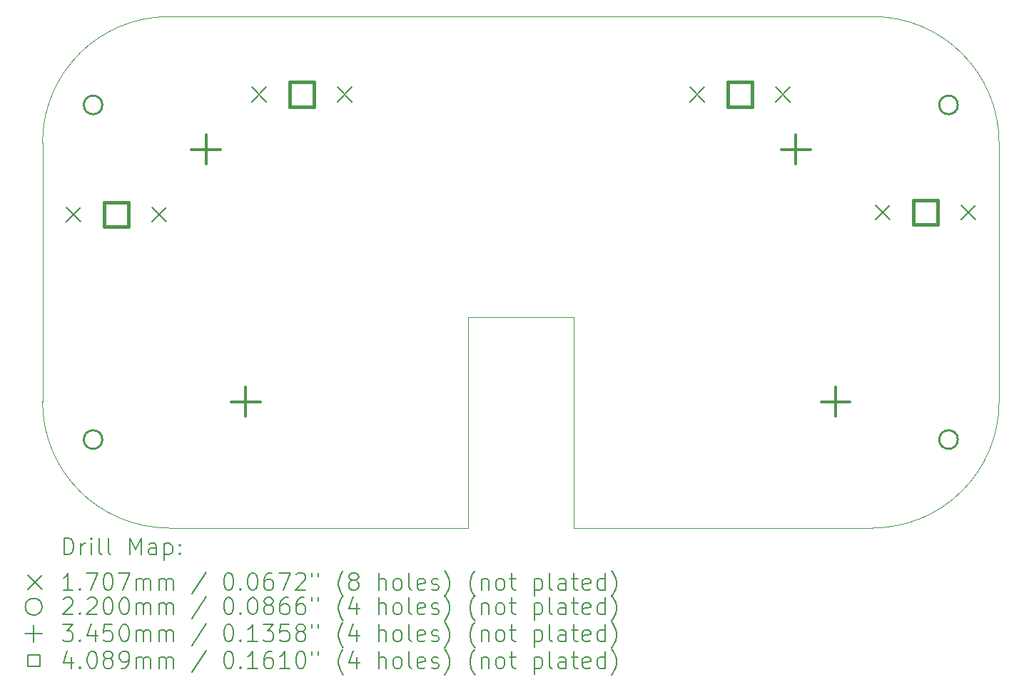
<source format=gbr>
%TF.GenerationSoftware,KiCad,Pcbnew,8.0.5*%
%TF.CreationDate,2024-11-09T14:50:25+11:00*%
%TF.ProjectId,SBRcontroller,53425263-6f6e-4747-926f-6c6c65722e6b,rev?*%
%TF.SameCoordinates,PX3d09000PY568bc30*%
%TF.FileFunction,Drillmap*%
%TF.FilePolarity,Positive*%
%FSLAX45Y45*%
G04 Gerber Fmt 4.5, Leading zero omitted, Abs format (unit mm)*
G04 Created by KiCad (PCBNEW 8.0.5) date 2024-11-09 14:50:25*
%MOMM*%
%LPD*%
G01*
G04 APERTURE LIST*
%ADD10C,0.100000*%
%ADD11C,0.200000*%
%ADD12C,0.170688*%
%ADD13C,0.220000*%
%ADD14C,0.345000*%
%ADD15C,0.408940*%
G04 APERTURE END LIST*
D10*
X2975000Y-4125000D02*
X2975000Y-1625000D01*
X2975000Y-1625000D02*
X4225000Y-1625000D01*
X7775000Y1950000D02*
G75*
G02*
X9275000Y450000I0J-1500000D01*
G01*
X-2075000Y450000D02*
G75*
G02*
X-575000Y1950000I1500000J0D01*
G01*
X9275000Y-2625000D02*
G75*
G02*
X7775000Y-4125000I-1500000J0D01*
G01*
X-2075000Y450000D02*
X-2075000Y-2625000D01*
X-575000Y-4125000D02*
X2975000Y-4125000D01*
X4225000Y-4125000D02*
X7775000Y-4125000D01*
X4225000Y-1625000D02*
X4225000Y-4125000D01*
X-575000Y-4125000D02*
G75*
G02*
X-2075000Y-2625000I0J1500000D01*
G01*
X9275000Y-2625000D02*
X9275000Y450000D01*
X7775000Y1950000D02*
X-575000Y1950000D01*
D11*
D12*
X-1793344Y-314656D02*
X-1622656Y-485344D01*
X-1622656Y-314656D02*
X-1793344Y-485344D01*
X-777344Y-314656D02*
X-606656Y-485344D01*
X-606656Y-314656D02*
X-777344Y-485344D01*
X406656Y1110344D02*
X577344Y939656D01*
X577344Y1110344D02*
X406656Y939656D01*
X1422656Y1110344D02*
X1593344Y939656D01*
X1593344Y1110344D02*
X1422656Y939656D01*
X5606656Y1110344D02*
X5777344Y939656D01*
X5777344Y1110344D02*
X5606656Y939656D01*
X6622656Y1110344D02*
X6793344Y939656D01*
X6793344Y1110344D02*
X6622656Y939656D01*
X7806656Y-289656D02*
X7977344Y-460344D01*
X7977344Y-289656D02*
X7806656Y-460344D01*
X8822656Y-289656D02*
X8993344Y-460344D01*
X8993344Y-289656D02*
X8822656Y-460344D01*
D13*
X-1365000Y900000D02*
G75*
G02*
X-1585000Y900000I-110000J0D01*
G01*
X-1585000Y900000D02*
G75*
G02*
X-1365000Y900000I110000J0D01*
G01*
X-1365000Y-3075000D02*
G75*
G02*
X-1585000Y-3075000I-110000J0D01*
G01*
X-1585000Y-3075000D02*
G75*
G02*
X-1365000Y-3075000I110000J0D01*
G01*
X8785000Y900000D02*
G75*
G02*
X8565000Y900000I-110000J0D01*
G01*
X8565000Y900000D02*
G75*
G02*
X8785000Y900000I110000J0D01*
G01*
X8785000Y-3075000D02*
G75*
G02*
X8565000Y-3075000I-110000J0D01*
G01*
X8565000Y-3075000D02*
G75*
G02*
X8785000Y-3075000I110000J0D01*
G01*
D14*
X-135000Y543500D02*
X-135000Y198500D01*
X-307500Y371000D02*
X37500Y371000D01*
X335000Y-2453500D02*
X335000Y-2798500D01*
X162500Y-2626000D02*
X507500Y-2626000D01*
X6865000Y543500D02*
X6865000Y198500D01*
X6692500Y371000D02*
X7037500Y371000D01*
X7335000Y-2453500D02*
X7335000Y-2798500D01*
X7162500Y-2626000D02*
X7507500Y-2626000D01*
D15*
X-1055417Y-544584D02*
X-1055417Y-255416D01*
X-1344584Y-255416D01*
X-1344584Y-544584D01*
X-1055417Y-544584D01*
X1144584Y880416D02*
X1144584Y1169584D01*
X855416Y1169584D01*
X855416Y880416D01*
X1144584Y880416D01*
X6344583Y880416D02*
X6344583Y1169584D01*
X6055416Y1169584D01*
X6055416Y880416D01*
X6344583Y880416D01*
X8544584Y-519583D02*
X8544584Y-230416D01*
X8255416Y-230416D01*
X8255416Y-519583D01*
X8544584Y-519583D01*
D11*
X-1819223Y-4441484D02*
X-1819223Y-4241484D01*
X-1819223Y-4241484D02*
X-1771604Y-4241484D01*
X-1771604Y-4241484D02*
X-1743033Y-4251008D01*
X-1743033Y-4251008D02*
X-1723985Y-4270055D01*
X-1723985Y-4270055D02*
X-1714461Y-4289103D01*
X-1714461Y-4289103D02*
X-1704937Y-4327198D01*
X-1704937Y-4327198D02*
X-1704937Y-4355770D01*
X-1704937Y-4355770D02*
X-1714461Y-4393865D01*
X-1714461Y-4393865D02*
X-1723985Y-4412912D01*
X-1723985Y-4412912D02*
X-1743033Y-4431960D01*
X-1743033Y-4431960D02*
X-1771604Y-4441484D01*
X-1771604Y-4441484D02*
X-1819223Y-4441484D01*
X-1619223Y-4441484D02*
X-1619223Y-4308150D01*
X-1619223Y-4346246D02*
X-1609699Y-4327198D01*
X-1609699Y-4327198D02*
X-1600176Y-4317674D01*
X-1600176Y-4317674D02*
X-1581128Y-4308150D01*
X-1581128Y-4308150D02*
X-1562080Y-4308150D01*
X-1495414Y-4441484D02*
X-1495414Y-4308150D01*
X-1495414Y-4241484D02*
X-1504937Y-4251008D01*
X-1504937Y-4251008D02*
X-1495414Y-4260531D01*
X-1495414Y-4260531D02*
X-1485890Y-4251008D01*
X-1485890Y-4251008D02*
X-1495414Y-4241484D01*
X-1495414Y-4241484D02*
X-1495414Y-4260531D01*
X-1371604Y-4441484D02*
X-1390652Y-4431960D01*
X-1390652Y-4431960D02*
X-1400176Y-4412912D01*
X-1400176Y-4412912D02*
X-1400176Y-4241484D01*
X-1266842Y-4441484D02*
X-1285890Y-4431960D01*
X-1285890Y-4431960D02*
X-1295414Y-4412912D01*
X-1295414Y-4412912D02*
X-1295414Y-4241484D01*
X-1038271Y-4441484D02*
X-1038271Y-4241484D01*
X-1038271Y-4241484D02*
X-971604Y-4384341D01*
X-971604Y-4384341D02*
X-904937Y-4241484D01*
X-904937Y-4241484D02*
X-904937Y-4441484D01*
X-723985Y-4441484D02*
X-723985Y-4336722D01*
X-723985Y-4336722D02*
X-733509Y-4317674D01*
X-733509Y-4317674D02*
X-752556Y-4308150D01*
X-752556Y-4308150D02*
X-790652Y-4308150D01*
X-790652Y-4308150D02*
X-809699Y-4317674D01*
X-723985Y-4431960D02*
X-743033Y-4441484D01*
X-743033Y-4441484D02*
X-790652Y-4441484D01*
X-790652Y-4441484D02*
X-809699Y-4431960D01*
X-809699Y-4431960D02*
X-819223Y-4412912D01*
X-819223Y-4412912D02*
X-819223Y-4393865D01*
X-819223Y-4393865D02*
X-809699Y-4374817D01*
X-809699Y-4374817D02*
X-790652Y-4365293D01*
X-790652Y-4365293D02*
X-743033Y-4365293D01*
X-743033Y-4365293D02*
X-723985Y-4355770D01*
X-628747Y-4308150D02*
X-628747Y-4508150D01*
X-628747Y-4317674D02*
X-609699Y-4308150D01*
X-609699Y-4308150D02*
X-571604Y-4308150D01*
X-571604Y-4308150D02*
X-552557Y-4317674D01*
X-552557Y-4317674D02*
X-543033Y-4327198D01*
X-543033Y-4327198D02*
X-533509Y-4346246D01*
X-533509Y-4346246D02*
X-533509Y-4403389D01*
X-533509Y-4403389D02*
X-543033Y-4422436D01*
X-543033Y-4422436D02*
X-552557Y-4431960D01*
X-552557Y-4431960D02*
X-571604Y-4441484D01*
X-571604Y-4441484D02*
X-609699Y-4441484D01*
X-609699Y-4441484D02*
X-628747Y-4431960D01*
X-447795Y-4422436D02*
X-438271Y-4431960D01*
X-438271Y-4431960D02*
X-447795Y-4441484D01*
X-447795Y-4441484D02*
X-457318Y-4431960D01*
X-457318Y-4431960D02*
X-447795Y-4422436D01*
X-447795Y-4422436D02*
X-447795Y-4441484D01*
X-447795Y-4317674D02*
X-438271Y-4327198D01*
X-438271Y-4327198D02*
X-447795Y-4336722D01*
X-447795Y-4336722D02*
X-457318Y-4327198D01*
X-457318Y-4327198D02*
X-447795Y-4317674D01*
X-447795Y-4317674D02*
X-447795Y-4336722D01*
D12*
X-2250688Y-4684656D02*
X-2080000Y-4855344D01*
X-2080000Y-4684656D02*
X-2250688Y-4855344D01*
D11*
X-1714461Y-4861484D02*
X-1828747Y-4861484D01*
X-1771604Y-4861484D02*
X-1771604Y-4661484D01*
X-1771604Y-4661484D02*
X-1790652Y-4690055D01*
X-1790652Y-4690055D02*
X-1809699Y-4709103D01*
X-1809699Y-4709103D02*
X-1828747Y-4718627D01*
X-1628747Y-4842436D02*
X-1619223Y-4851960D01*
X-1619223Y-4851960D02*
X-1628747Y-4861484D01*
X-1628747Y-4861484D02*
X-1638271Y-4851960D01*
X-1638271Y-4851960D02*
X-1628747Y-4842436D01*
X-1628747Y-4842436D02*
X-1628747Y-4861484D01*
X-1552556Y-4661484D02*
X-1419223Y-4661484D01*
X-1419223Y-4661484D02*
X-1504937Y-4861484D01*
X-1304938Y-4661484D02*
X-1285890Y-4661484D01*
X-1285890Y-4661484D02*
X-1266842Y-4671008D01*
X-1266842Y-4671008D02*
X-1257318Y-4680531D01*
X-1257318Y-4680531D02*
X-1247795Y-4699579D01*
X-1247795Y-4699579D02*
X-1238271Y-4737674D01*
X-1238271Y-4737674D02*
X-1238271Y-4785293D01*
X-1238271Y-4785293D02*
X-1247795Y-4823389D01*
X-1247795Y-4823389D02*
X-1257318Y-4842436D01*
X-1257318Y-4842436D02*
X-1266842Y-4851960D01*
X-1266842Y-4851960D02*
X-1285890Y-4861484D01*
X-1285890Y-4861484D02*
X-1304938Y-4861484D01*
X-1304938Y-4861484D02*
X-1323985Y-4851960D01*
X-1323985Y-4851960D02*
X-1333509Y-4842436D01*
X-1333509Y-4842436D02*
X-1343033Y-4823389D01*
X-1343033Y-4823389D02*
X-1352557Y-4785293D01*
X-1352557Y-4785293D02*
X-1352557Y-4737674D01*
X-1352557Y-4737674D02*
X-1343033Y-4699579D01*
X-1343033Y-4699579D02*
X-1333509Y-4680531D01*
X-1333509Y-4680531D02*
X-1323985Y-4671008D01*
X-1323985Y-4671008D02*
X-1304938Y-4661484D01*
X-1171604Y-4661484D02*
X-1038271Y-4661484D01*
X-1038271Y-4661484D02*
X-1123985Y-4861484D01*
X-962080Y-4861484D02*
X-962080Y-4728150D01*
X-962080Y-4747198D02*
X-952556Y-4737674D01*
X-952556Y-4737674D02*
X-933509Y-4728150D01*
X-933509Y-4728150D02*
X-904937Y-4728150D01*
X-904937Y-4728150D02*
X-885890Y-4737674D01*
X-885890Y-4737674D02*
X-876366Y-4756722D01*
X-876366Y-4756722D02*
X-876366Y-4861484D01*
X-876366Y-4756722D02*
X-866842Y-4737674D01*
X-866842Y-4737674D02*
X-847795Y-4728150D01*
X-847795Y-4728150D02*
X-819223Y-4728150D01*
X-819223Y-4728150D02*
X-800175Y-4737674D01*
X-800175Y-4737674D02*
X-790652Y-4756722D01*
X-790652Y-4756722D02*
X-790652Y-4861484D01*
X-695414Y-4861484D02*
X-695414Y-4728150D01*
X-695414Y-4747198D02*
X-685890Y-4737674D01*
X-685890Y-4737674D02*
X-666842Y-4728150D01*
X-666842Y-4728150D02*
X-638271Y-4728150D01*
X-638271Y-4728150D02*
X-619223Y-4737674D01*
X-619223Y-4737674D02*
X-609699Y-4756722D01*
X-609699Y-4756722D02*
X-609699Y-4861484D01*
X-609699Y-4756722D02*
X-600176Y-4737674D01*
X-600176Y-4737674D02*
X-581128Y-4728150D01*
X-581128Y-4728150D02*
X-552557Y-4728150D01*
X-552557Y-4728150D02*
X-533509Y-4737674D01*
X-533509Y-4737674D02*
X-523985Y-4756722D01*
X-523985Y-4756722D02*
X-523985Y-4861484D01*
X-133509Y-4651960D02*
X-304937Y-4909103D01*
X123634Y-4661484D02*
X142682Y-4661484D01*
X142682Y-4661484D02*
X161729Y-4671008D01*
X161729Y-4671008D02*
X171253Y-4680531D01*
X171253Y-4680531D02*
X180777Y-4699579D01*
X180777Y-4699579D02*
X190301Y-4737674D01*
X190301Y-4737674D02*
X190301Y-4785293D01*
X190301Y-4785293D02*
X180777Y-4823389D01*
X180777Y-4823389D02*
X171253Y-4842436D01*
X171253Y-4842436D02*
X161729Y-4851960D01*
X161729Y-4851960D02*
X142682Y-4861484D01*
X142682Y-4861484D02*
X123634Y-4861484D01*
X123634Y-4861484D02*
X104586Y-4851960D01*
X104586Y-4851960D02*
X95063Y-4842436D01*
X95063Y-4842436D02*
X85539Y-4823389D01*
X85539Y-4823389D02*
X76015Y-4785293D01*
X76015Y-4785293D02*
X76015Y-4737674D01*
X76015Y-4737674D02*
X85539Y-4699579D01*
X85539Y-4699579D02*
X95063Y-4680531D01*
X95063Y-4680531D02*
X104586Y-4671008D01*
X104586Y-4671008D02*
X123634Y-4661484D01*
X276015Y-4842436D02*
X285539Y-4851960D01*
X285539Y-4851960D02*
X276015Y-4861484D01*
X276015Y-4861484D02*
X266491Y-4851960D01*
X266491Y-4851960D02*
X276015Y-4842436D01*
X276015Y-4842436D02*
X276015Y-4861484D01*
X409348Y-4661484D02*
X428396Y-4661484D01*
X428396Y-4661484D02*
X447444Y-4671008D01*
X447444Y-4671008D02*
X456967Y-4680531D01*
X456967Y-4680531D02*
X466491Y-4699579D01*
X466491Y-4699579D02*
X476015Y-4737674D01*
X476015Y-4737674D02*
X476015Y-4785293D01*
X476015Y-4785293D02*
X466491Y-4823389D01*
X466491Y-4823389D02*
X456967Y-4842436D01*
X456967Y-4842436D02*
X447444Y-4851960D01*
X447444Y-4851960D02*
X428396Y-4861484D01*
X428396Y-4861484D02*
X409348Y-4861484D01*
X409348Y-4861484D02*
X390301Y-4851960D01*
X390301Y-4851960D02*
X380777Y-4842436D01*
X380777Y-4842436D02*
X371253Y-4823389D01*
X371253Y-4823389D02*
X361729Y-4785293D01*
X361729Y-4785293D02*
X361729Y-4737674D01*
X361729Y-4737674D02*
X371253Y-4699579D01*
X371253Y-4699579D02*
X380777Y-4680531D01*
X380777Y-4680531D02*
X390301Y-4671008D01*
X390301Y-4671008D02*
X409348Y-4661484D01*
X647444Y-4661484D02*
X609348Y-4661484D01*
X609348Y-4661484D02*
X590301Y-4671008D01*
X590301Y-4671008D02*
X580777Y-4680531D01*
X580777Y-4680531D02*
X561729Y-4709103D01*
X561729Y-4709103D02*
X552206Y-4747198D01*
X552206Y-4747198D02*
X552206Y-4823389D01*
X552206Y-4823389D02*
X561729Y-4842436D01*
X561729Y-4842436D02*
X571253Y-4851960D01*
X571253Y-4851960D02*
X590301Y-4861484D01*
X590301Y-4861484D02*
X628396Y-4861484D01*
X628396Y-4861484D02*
X647444Y-4851960D01*
X647444Y-4851960D02*
X656968Y-4842436D01*
X656968Y-4842436D02*
X666491Y-4823389D01*
X666491Y-4823389D02*
X666491Y-4775770D01*
X666491Y-4775770D02*
X656968Y-4756722D01*
X656968Y-4756722D02*
X647444Y-4747198D01*
X647444Y-4747198D02*
X628396Y-4737674D01*
X628396Y-4737674D02*
X590301Y-4737674D01*
X590301Y-4737674D02*
X571253Y-4747198D01*
X571253Y-4747198D02*
X561729Y-4756722D01*
X561729Y-4756722D02*
X552206Y-4775770D01*
X733158Y-4661484D02*
X866491Y-4661484D01*
X866491Y-4661484D02*
X780777Y-4861484D01*
X933158Y-4680531D02*
X942682Y-4671008D01*
X942682Y-4671008D02*
X961729Y-4661484D01*
X961729Y-4661484D02*
X1009348Y-4661484D01*
X1009348Y-4661484D02*
X1028396Y-4671008D01*
X1028396Y-4671008D02*
X1037920Y-4680531D01*
X1037920Y-4680531D02*
X1047444Y-4699579D01*
X1047444Y-4699579D02*
X1047444Y-4718627D01*
X1047444Y-4718627D02*
X1037920Y-4747198D01*
X1037920Y-4747198D02*
X923634Y-4861484D01*
X923634Y-4861484D02*
X1047444Y-4861484D01*
X1123634Y-4661484D02*
X1123634Y-4699579D01*
X1199825Y-4661484D02*
X1199825Y-4699579D01*
X1495063Y-4937674D02*
X1485539Y-4928150D01*
X1485539Y-4928150D02*
X1466491Y-4899579D01*
X1466491Y-4899579D02*
X1456968Y-4880531D01*
X1456968Y-4880531D02*
X1447444Y-4851960D01*
X1447444Y-4851960D02*
X1437920Y-4804341D01*
X1437920Y-4804341D02*
X1437920Y-4766246D01*
X1437920Y-4766246D02*
X1447444Y-4718627D01*
X1447444Y-4718627D02*
X1456968Y-4690055D01*
X1456968Y-4690055D02*
X1466491Y-4671008D01*
X1466491Y-4671008D02*
X1485539Y-4642436D01*
X1485539Y-4642436D02*
X1495063Y-4632912D01*
X1599825Y-4747198D02*
X1580777Y-4737674D01*
X1580777Y-4737674D02*
X1571253Y-4728150D01*
X1571253Y-4728150D02*
X1561729Y-4709103D01*
X1561729Y-4709103D02*
X1561729Y-4699579D01*
X1561729Y-4699579D02*
X1571253Y-4680531D01*
X1571253Y-4680531D02*
X1580777Y-4671008D01*
X1580777Y-4671008D02*
X1599825Y-4661484D01*
X1599825Y-4661484D02*
X1637920Y-4661484D01*
X1637920Y-4661484D02*
X1656968Y-4671008D01*
X1656968Y-4671008D02*
X1666491Y-4680531D01*
X1666491Y-4680531D02*
X1676015Y-4699579D01*
X1676015Y-4699579D02*
X1676015Y-4709103D01*
X1676015Y-4709103D02*
X1666491Y-4728150D01*
X1666491Y-4728150D02*
X1656968Y-4737674D01*
X1656968Y-4737674D02*
X1637920Y-4747198D01*
X1637920Y-4747198D02*
X1599825Y-4747198D01*
X1599825Y-4747198D02*
X1580777Y-4756722D01*
X1580777Y-4756722D02*
X1571253Y-4766246D01*
X1571253Y-4766246D02*
X1561729Y-4785293D01*
X1561729Y-4785293D02*
X1561729Y-4823389D01*
X1561729Y-4823389D02*
X1571253Y-4842436D01*
X1571253Y-4842436D02*
X1580777Y-4851960D01*
X1580777Y-4851960D02*
X1599825Y-4861484D01*
X1599825Y-4861484D02*
X1637920Y-4861484D01*
X1637920Y-4861484D02*
X1656968Y-4851960D01*
X1656968Y-4851960D02*
X1666491Y-4842436D01*
X1666491Y-4842436D02*
X1676015Y-4823389D01*
X1676015Y-4823389D02*
X1676015Y-4785293D01*
X1676015Y-4785293D02*
X1666491Y-4766246D01*
X1666491Y-4766246D02*
X1656968Y-4756722D01*
X1656968Y-4756722D02*
X1637920Y-4747198D01*
X1914110Y-4861484D02*
X1914110Y-4661484D01*
X1999825Y-4861484D02*
X1999825Y-4756722D01*
X1999825Y-4756722D02*
X1990301Y-4737674D01*
X1990301Y-4737674D02*
X1971253Y-4728150D01*
X1971253Y-4728150D02*
X1942682Y-4728150D01*
X1942682Y-4728150D02*
X1923634Y-4737674D01*
X1923634Y-4737674D02*
X1914110Y-4747198D01*
X2123634Y-4861484D02*
X2104587Y-4851960D01*
X2104587Y-4851960D02*
X2095063Y-4842436D01*
X2095063Y-4842436D02*
X2085539Y-4823389D01*
X2085539Y-4823389D02*
X2085539Y-4766246D01*
X2085539Y-4766246D02*
X2095063Y-4747198D01*
X2095063Y-4747198D02*
X2104587Y-4737674D01*
X2104587Y-4737674D02*
X2123634Y-4728150D01*
X2123634Y-4728150D02*
X2152206Y-4728150D01*
X2152206Y-4728150D02*
X2171253Y-4737674D01*
X2171253Y-4737674D02*
X2180777Y-4747198D01*
X2180777Y-4747198D02*
X2190301Y-4766246D01*
X2190301Y-4766246D02*
X2190301Y-4823389D01*
X2190301Y-4823389D02*
X2180777Y-4842436D01*
X2180777Y-4842436D02*
X2171253Y-4851960D01*
X2171253Y-4851960D02*
X2152206Y-4861484D01*
X2152206Y-4861484D02*
X2123634Y-4861484D01*
X2304587Y-4861484D02*
X2285539Y-4851960D01*
X2285539Y-4851960D02*
X2276015Y-4832912D01*
X2276015Y-4832912D02*
X2276015Y-4661484D01*
X2456968Y-4851960D02*
X2437920Y-4861484D01*
X2437920Y-4861484D02*
X2399825Y-4861484D01*
X2399825Y-4861484D02*
X2380777Y-4851960D01*
X2380777Y-4851960D02*
X2371253Y-4832912D01*
X2371253Y-4832912D02*
X2371253Y-4756722D01*
X2371253Y-4756722D02*
X2380777Y-4737674D01*
X2380777Y-4737674D02*
X2399825Y-4728150D01*
X2399825Y-4728150D02*
X2437920Y-4728150D01*
X2437920Y-4728150D02*
X2456968Y-4737674D01*
X2456968Y-4737674D02*
X2466492Y-4756722D01*
X2466492Y-4756722D02*
X2466492Y-4775770D01*
X2466492Y-4775770D02*
X2371253Y-4794817D01*
X2542682Y-4851960D02*
X2561730Y-4861484D01*
X2561730Y-4861484D02*
X2599825Y-4861484D01*
X2599825Y-4861484D02*
X2618873Y-4851960D01*
X2618873Y-4851960D02*
X2628396Y-4832912D01*
X2628396Y-4832912D02*
X2628396Y-4823389D01*
X2628396Y-4823389D02*
X2618873Y-4804341D01*
X2618873Y-4804341D02*
X2599825Y-4794817D01*
X2599825Y-4794817D02*
X2571253Y-4794817D01*
X2571253Y-4794817D02*
X2552206Y-4785293D01*
X2552206Y-4785293D02*
X2542682Y-4766246D01*
X2542682Y-4766246D02*
X2542682Y-4756722D01*
X2542682Y-4756722D02*
X2552206Y-4737674D01*
X2552206Y-4737674D02*
X2571253Y-4728150D01*
X2571253Y-4728150D02*
X2599825Y-4728150D01*
X2599825Y-4728150D02*
X2618873Y-4737674D01*
X2695063Y-4937674D02*
X2704587Y-4928150D01*
X2704587Y-4928150D02*
X2723634Y-4899579D01*
X2723634Y-4899579D02*
X2733158Y-4880531D01*
X2733158Y-4880531D02*
X2742682Y-4851960D01*
X2742682Y-4851960D02*
X2752206Y-4804341D01*
X2752206Y-4804341D02*
X2752206Y-4766246D01*
X2752206Y-4766246D02*
X2742682Y-4718627D01*
X2742682Y-4718627D02*
X2733158Y-4690055D01*
X2733158Y-4690055D02*
X2723634Y-4671008D01*
X2723634Y-4671008D02*
X2704587Y-4642436D01*
X2704587Y-4642436D02*
X2695063Y-4632912D01*
X3056968Y-4937674D02*
X3047444Y-4928150D01*
X3047444Y-4928150D02*
X3028396Y-4899579D01*
X3028396Y-4899579D02*
X3018872Y-4880531D01*
X3018872Y-4880531D02*
X3009349Y-4851960D01*
X3009349Y-4851960D02*
X2999825Y-4804341D01*
X2999825Y-4804341D02*
X2999825Y-4766246D01*
X2999825Y-4766246D02*
X3009349Y-4718627D01*
X3009349Y-4718627D02*
X3018872Y-4690055D01*
X3018872Y-4690055D02*
X3028396Y-4671008D01*
X3028396Y-4671008D02*
X3047444Y-4642436D01*
X3047444Y-4642436D02*
X3056968Y-4632912D01*
X3133158Y-4728150D02*
X3133158Y-4861484D01*
X3133158Y-4747198D02*
X3142682Y-4737674D01*
X3142682Y-4737674D02*
X3161730Y-4728150D01*
X3161730Y-4728150D02*
X3190301Y-4728150D01*
X3190301Y-4728150D02*
X3209349Y-4737674D01*
X3209349Y-4737674D02*
X3218872Y-4756722D01*
X3218872Y-4756722D02*
X3218872Y-4861484D01*
X3342682Y-4861484D02*
X3323634Y-4851960D01*
X3323634Y-4851960D02*
X3314111Y-4842436D01*
X3314111Y-4842436D02*
X3304587Y-4823389D01*
X3304587Y-4823389D02*
X3304587Y-4766246D01*
X3304587Y-4766246D02*
X3314111Y-4747198D01*
X3314111Y-4747198D02*
X3323634Y-4737674D01*
X3323634Y-4737674D02*
X3342682Y-4728150D01*
X3342682Y-4728150D02*
X3371253Y-4728150D01*
X3371253Y-4728150D02*
X3390301Y-4737674D01*
X3390301Y-4737674D02*
X3399825Y-4747198D01*
X3399825Y-4747198D02*
X3409349Y-4766246D01*
X3409349Y-4766246D02*
X3409349Y-4823389D01*
X3409349Y-4823389D02*
X3399825Y-4842436D01*
X3399825Y-4842436D02*
X3390301Y-4851960D01*
X3390301Y-4851960D02*
X3371253Y-4861484D01*
X3371253Y-4861484D02*
X3342682Y-4861484D01*
X3466492Y-4728150D02*
X3542682Y-4728150D01*
X3495063Y-4661484D02*
X3495063Y-4832912D01*
X3495063Y-4832912D02*
X3504587Y-4851960D01*
X3504587Y-4851960D02*
X3523634Y-4861484D01*
X3523634Y-4861484D02*
X3542682Y-4861484D01*
X3761730Y-4728150D02*
X3761730Y-4928150D01*
X3761730Y-4737674D02*
X3780777Y-4728150D01*
X3780777Y-4728150D02*
X3818873Y-4728150D01*
X3818873Y-4728150D02*
X3837920Y-4737674D01*
X3837920Y-4737674D02*
X3847444Y-4747198D01*
X3847444Y-4747198D02*
X3856968Y-4766246D01*
X3856968Y-4766246D02*
X3856968Y-4823389D01*
X3856968Y-4823389D02*
X3847444Y-4842436D01*
X3847444Y-4842436D02*
X3837920Y-4851960D01*
X3837920Y-4851960D02*
X3818873Y-4861484D01*
X3818873Y-4861484D02*
X3780777Y-4861484D01*
X3780777Y-4861484D02*
X3761730Y-4851960D01*
X3971253Y-4861484D02*
X3952206Y-4851960D01*
X3952206Y-4851960D02*
X3942682Y-4832912D01*
X3942682Y-4832912D02*
X3942682Y-4661484D01*
X4133158Y-4861484D02*
X4133158Y-4756722D01*
X4133158Y-4756722D02*
X4123634Y-4737674D01*
X4123634Y-4737674D02*
X4104587Y-4728150D01*
X4104587Y-4728150D02*
X4066492Y-4728150D01*
X4066492Y-4728150D02*
X4047444Y-4737674D01*
X4133158Y-4851960D02*
X4114111Y-4861484D01*
X4114111Y-4861484D02*
X4066492Y-4861484D01*
X4066492Y-4861484D02*
X4047444Y-4851960D01*
X4047444Y-4851960D02*
X4037920Y-4832912D01*
X4037920Y-4832912D02*
X4037920Y-4813865D01*
X4037920Y-4813865D02*
X4047444Y-4794817D01*
X4047444Y-4794817D02*
X4066492Y-4785293D01*
X4066492Y-4785293D02*
X4114111Y-4785293D01*
X4114111Y-4785293D02*
X4133158Y-4775770D01*
X4199825Y-4728150D02*
X4276015Y-4728150D01*
X4228396Y-4661484D02*
X4228396Y-4832912D01*
X4228396Y-4832912D02*
X4237920Y-4851960D01*
X4237920Y-4851960D02*
X4256968Y-4861484D01*
X4256968Y-4861484D02*
X4276015Y-4861484D01*
X4418873Y-4851960D02*
X4399825Y-4861484D01*
X4399825Y-4861484D02*
X4361730Y-4861484D01*
X4361730Y-4861484D02*
X4342682Y-4851960D01*
X4342682Y-4851960D02*
X4333158Y-4832912D01*
X4333158Y-4832912D02*
X4333158Y-4756722D01*
X4333158Y-4756722D02*
X4342682Y-4737674D01*
X4342682Y-4737674D02*
X4361730Y-4728150D01*
X4361730Y-4728150D02*
X4399825Y-4728150D01*
X4399825Y-4728150D02*
X4418873Y-4737674D01*
X4418873Y-4737674D02*
X4428396Y-4756722D01*
X4428396Y-4756722D02*
X4428396Y-4775770D01*
X4428396Y-4775770D02*
X4333158Y-4794817D01*
X4599825Y-4861484D02*
X4599825Y-4661484D01*
X4599825Y-4851960D02*
X4580777Y-4861484D01*
X4580777Y-4861484D02*
X4542682Y-4861484D01*
X4542682Y-4861484D02*
X4523635Y-4851960D01*
X4523635Y-4851960D02*
X4514111Y-4842436D01*
X4514111Y-4842436D02*
X4504587Y-4823389D01*
X4504587Y-4823389D02*
X4504587Y-4766246D01*
X4504587Y-4766246D02*
X4514111Y-4747198D01*
X4514111Y-4747198D02*
X4523635Y-4737674D01*
X4523635Y-4737674D02*
X4542682Y-4728150D01*
X4542682Y-4728150D02*
X4580777Y-4728150D01*
X4580777Y-4728150D02*
X4599825Y-4737674D01*
X4676016Y-4937674D02*
X4685539Y-4928150D01*
X4685539Y-4928150D02*
X4704587Y-4899579D01*
X4704587Y-4899579D02*
X4714111Y-4880531D01*
X4714111Y-4880531D02*
X4723635Y-4851960D01*
X4723635Y-4851960D02*
X4733158Y-4804341D01*
X4733158Y-4804341D02*
X4733158Y-4766246D01*
X4733158Y-4766246D02*
X4723635Y-4718627D01*
X4723635Y-4718627D02*
X4714111Y-4690055D01*
X4714111Y-4690055D02*
X4704587Y-4671008D01*
X4704587Y-4671008D02*
X4685539Y-4642436D01*
X4685539Y-4642436D02*
X4676016Y-4632912D01*
X-2080000Y-5060688D02*
G75*
G02*
X-2280000Y-5060688I-100000J0D01*
G01*
X-2280000Y-5060688D02*
G75*
G02*
X-2080000Y-5060688I100000J0D01*
G01*
X-1828747Y-4971220D02*
X-1819223Y-4961696D01*
X-1819223Y-4961696D02*
X-1800176Y-4952172D01*
X-1800176Y-4952172D02*
X-1752556Y-4952172D01*
X-1752556Y-4952172D02*
X-1733509Y-4961696D01*
X-1733509Y-4961696D02*
X-1723985Y-4971220D01*
X-1723985Y-4971220D02*
X-1714461Y-4990267D01*
X-1714461Y-4990267D02*
X-1714461Y-5009315D01*
X-1714461Y-5009315D02*
X-1723985Y-5037886D01*
X-1723985Y-5037886D02*
X-1838271Y-5152172D01*
X-1838271Y-5152172D02*
X-1714461Y-5152172D01*
X-1628747Y-5133124D02*
X-1619223Y-5142648D01*
X-1619223Y-5142648D02*
X-1628747Y-5152172D01*
X-1628747Y-5152172D02*
X-1638271Y-5142648D01*
X-1638271Y-5142648D02*
X-1628747Y-5133124D01*
X-1628747Y-5133124D02*
X-1628747Y-5152172D01*
X-1543033Y-4971220D02*
X-1533509Y-4961696D01*
X-1533509Y-4961696D02*
X-1514461Y-4952172D01*
X-1514461Y-4952172D02*
X-1466842Y-4952172D01*
X-1466842Y-4952172D02*
X-1447795Y-4961696D01*
X-1447795Y-4961696D02*
X-1438271Y-4971220D01*
X-1438271Y-4971220D02*
X-1428747Y-4990267D01*
X-1428747Y-4990267D02*
X-1428747Y-5009315D01*
X-1428747Y-5009315D02*
X-1438271Y-5037886D01*
X-1438271Y-5037886D02*
X-1552556Y-5152172D01*
X-1552556Y-5152172D02*
X-1428747Y-5152172D01*
X-1304938Y-4952172D02*
X-1285890Y-4952172D01*
X-1285890Y-4952172D02*
X-1266842Y-4961696D01*
X-1266842Y-4961696D02*
X-1257318Y-4971220D01*
X-1257318Y-4971220D02*
X-1247795Y-4990267D01*
X-1247795Y-4990267D02*
X-1238271Y-5028362D01*
X-1238271Y-5028362D02*
X-1238271Y-5075981D01*
X-1238271Y-5075981D02*
X-1247795Y-5114077D01*
X-1247795Y-5114077D02*
X-1257318Y-5133124D01*
X-1257318Y-5133124D02*
X-1266842Y-5142648D01*
X-1266842Y-5142648D02*
X-1285890Y-5152172D01*
X-1285890Y-5152172D02*
X-1304938Y-5152172D01*
X-1304938Y-5152172D02*
X-1323985Y-5142648D01*
X-1323985Y-5142648D02*
X-1333509Y-5133124D01*
X-1333509Y-5133124D02*
X-1343033Y-5114077D01*
X-1343033Y-5114077D02*
X-1352557Y-5075981D01*
X-1352557Y-5075981D02*
X-1352557Y-5028362D01*
X-1352557Y-5028362D02*
X-1343033Y-4990267D01*
X-1343033Y-4990267D02*
X-1333509Y-4971220D01*
X-1333509Y-4971220D02*
X-1323985Y-4961696D01*
X-1323985Y-4961696D02*
X-1304938Y-4952172D01*
X-1114461Y-4952172D02*
X-1095414Y-4952172D01*
X-1095414Y-4952172D02*
X-1076366Y-4961696D01*
X-1076366Y-4961696D02*
X-1066842Y-4971220D01*
X-1066842Y-4971220D02*
X-1057318Y-4990267D01*
X-1057318Y-4990267D02*
X-1047795Y-5028362D01*
X-1047795Y-5028362D02*
X-1047795Y-5075981D01*
X-1047795Y-5075981D02*
X-1057318Y-5114077D01*
X-1057318Y-5114077D02*
X-1066842Y-5133124D01*
X-1066842Y-5133124D02*
X-1076366Y-5142648D01*
X-1076366Y-5142648D02*
X-1095414Y-5152172D01*
X-1095414Y-5152172D02*
X-1114461Y-5152172D01*
X-1114461Y-5152172D02*
X-1133509Y-5142648D01*
X-1133509Y-5142648D02*
X-1143033Y-5133124D01*
X-1143033Y-5133124D02*
X-1152557Y-5114077D01*
X-1152557Y-5114077D02*
X-1162080Y-5075981D01*
X-1162080Y-5075981D02*
X-1162080Y-5028362D01*
X-1162080Y-5028362D02*
X-1152557Y-4990267D01*
X-1152557Y-4990267D02*
X-1143033Y-4971220D01*
X-1143033Y-4971220D02*
X-1133509Y-4961696D01*
X-1133509Y-4961696D02*
X-1114461Y-4952172D01*
X-962080Y-5152172D02*
X-962080Y-5018839D01*
X-962080Y-5037886D02*
X-952556Y-5028362D01*
X-952556Y-5028362D02*
X-933509Y-5018839D01*
X-933509Y-5018839D02*
X-904937Y-5018839D01*
X-904937Y-5018839D02*
X-885890Y-5028362D01*
X-885890Y-5028362D02*
X-876366Y-5047410D01*
X-876366Y-5047410D02*
X-876366Y-5152172D01*
X-876366Y-5047410D02*
X-866842Y-5028362D01*
X-866842Y-5028362D02*
X-847795Y-5018839D01*
X-847795Y-5018839D02*
X-819223Y-5018839D01*
X-819223Y-5018839D02*
X-800175Y-5028362D01*
X-800175Y-5028362D02*
X-790652Y-5047410D01*
X-790652Y-5047410D02*
X-790652Y-5152172D01*
X-695414Y-5152172D02*
X-695414Y-5018839D01*
X-695414Y-5037886D02*
X-685890Y-5028362D01*
X-685890Y-5028362D02*
X-666842Y-5018839D01*
X-666842Y-5018839D02*
X-638271Y-5018839D01*
X-638271Y-5018839D02*
X-619223Y-5028362D01*
X-619223Y-5028362D02*
X-609699Y-5047410D01*
X-609699Y-5047410D02*
X-609699Y-5152172D01*
X-609699Y-5047410D02*
X-600176Y-5028362D01*
X-600176Y-5028362D02*
X-581128Y-5018839D01*
X-581128Y-5018839D02*
X-552557Y-5018839D01*
X-552557Y-5018839D02*
X-533509Y-5028362D01*
X-533509Y-5028362D02*
X-523985Y-5047410D01*
X-523985Y-5047410D02*
X-523985Y-5152172D01*
X-133509Y-4942648D02*
X-304937Y-5199791D01*
X123634Y-4952172D02*
X142682Y-4952172D01*
X142682Y-4952172D02*
X161729Y-4961696D01*
X161729Y-4961696D02*
X171253Y-4971220D01*
X171253Y-4971220D02*
X180777Y-4990267D01*
X180777Y-4990267D02*
X190301Y-5028362D01*
X190301Y-5028362D02*
X190301Y-5075981D01*
X190301Y-5075981D02*
X180777Y-5114077D01*
X180777Y-5114077D02*
X171253Y-5133124D01*
X171253Y-5133124D02*
X161729Y-5142648D01*
X161729Y-5142648D02*
X142682Y-5152172D01*
X142682Y-5152172D02*
X123634Y-5152172D01*
X123634Y-5152172D02*
X104586Y-5142648D01*
X104586Y-5142648D02*
X95063Y-5133124D01*
X95063Y-5133124D02*
X85539Y-5114077D01*
X85539Y-5114077D02*
X76015Y-5075981D01*
X76015Y-5075981D02*
X76015Y-5028362D01*
X76015Y-5028362D02*
X85539Y-4990267D01*
X85539Y-4990267D02*
X95063Y-4971220D01*
X95063Y-4971220D02*
X104586Y-4961696D01*
X104586Y-4961696D02*
X123634Y-4952172D01*
X276015Y-5133124D02*
X285539Y-5142648D01*
X285539Y-5142648D02*
X276015Y-5152172D01*
X276015Y-5152172D02*
X266491Y-5142648D01*
X266491Y-5142648D02*
X276015Y-5133124D01*
X276015Y-5133124D02*
X276015Y-5152172D01*
X409348Y-4952172D02*
X428396Y-4952172D01*
X428396Y-4952172D02*
X447444Y-4961696D01*
X447444Y-4961696D02*
X456967Y-4971220D01*
X456967Y-4971220D02*
X466491Y-4990267D01*
X466491Y-4990267D02*
X476015Y-5028362D01*
X476015Y-5028362D02*
X476015Y-5075981D01*
X476015Y-5075981D02*
X466491Y-5114077D01*
X466491Y-5114077D02*
X456967Y-5133124D01*
X456967Y-5133124D02*
X447444Y-5142648D01*
X447444Y-5142648D02*
X428396Y-5152172D01*
X428396Y-5152172D02*
X409348Y-5152172D01*
X409348Y-5152172D02*
X390301Y-5142648D01*
X390301Y-5142648D02*
X380777Y-5133124D01*
X380777Y-5133124D02*
X371253Y-5114077D01*
X371253Y-5114077D02*
X361729Y-5075981D01*
X361729Y-5075981D02*
X361729Y-5028362D01*
X361729Y-5028362D02*
X371253Y-4990267D01*
X371253Y-4990267D02*
X380777Y-4971220D01*
X380777Y-4971220D02*
X390301Y-4961696D01*
X390301Y-4961696D02*
X409348Y-4952172D01*
X590301Y-5037886D02*
X571253Y-5028362D01*
X571253Y-5028362D02*
X561729Y-5018839D01*
X561729Y-5018839D02*
X552206Y-4999791D01*
X552206Y-4999791D02*
X552206Y-4990267D01*
X552206Y-4990267D02*
X561729Y-4971220D01*
X561729Y-4971220D02*
X571253Y-4961696D01*
X571253Y-4961696D02*
X590301Y-4952172D01*
X590301Y-4952172D02*
X628396Y-4952172D01*
X628396Y-4952172D02*
X647444Y-4961696D01*
X647444Y-4961696D02*
X656968Y-4971220D01*
X656968Y-4971220D02*
X666491Y-4990267D01*
X666491Y-4990267D02*
X666491Y-4999791D01*
X666491Y-4999791D02*
X656968Y-5018839D01*
X656968Y-5018839D02*
X647444Y-5028362D01*
X647444Y-5028362D02*
X628396Y-5037886D01*
X628396Y-5037886D02*
X590301Y-5037886D01*
X590301Y-5037886D02*
X571253Y-5047410D01*
X571253Y-5047410D02*
X561729Y-5056934D01*
X561729Y-5056934D02*
X552206Y-5075981D01*
X552206Y-5075981D02*
X552206Y-5114077D01*
X552206Y-5114077D02*
X561729Y-5133124D01*
X561729Y-5133124D02*
X571253Y-5142648D01*
X571253Y-5142648D02*
X590301Y-5152172D01*
X590301Y-5152172D02*
X628396Y-5152172D01*
X628396Y-5152172D02*
X647444Y-5142648D01*
X647444Y-5142648D02*
X656968Y-5133124D01*
X656968Y-5133124D02*
X666491Y-5114077D01*
X666491Y-5114077D02*
X666491Y-5075981D01*
X666491Y-5075981D02*
X656968Y-5056934D01*
X656968Y-5056934D02*
X647444Y-5047410D01*
X647444Y-5047410D02*
X628396Y-5037886D01*
X837920Y-4952172D02*
X799825Y-4952172D01*
X799825Y-4952172D02*
X780777Y-4961696D01*
X780777Y-4961696D02*
X771253Y-4971220D01*
X771253Y-4971220D02*
X752206Y-4999791D01*
X752206Y-4999791D02*
X742682Y-5037886D01*
X742682Y-5037886D02*
X742682Y-5114077D01*
X742682Y-5114077D02*
X752206Y-5133124D01*
X752206Y-5133124D02*
X761729Y-5142648D01*
X761729Y-5142648D02*
X780777Y-5152172D01*
X780777Y-5152172D02*
X818872Y-5152172D01*
X818872Y-5152172D02*
X837920Y-5142648D01*
X837920Y-5142648D02*
X847444Y-5133124D01*
X847444Y-5133124D02*
X856967Y-5114077D01*
X856967Y-5114077D02*
X856967Y-5066458D01*
X856967Y-5066458D02*
X847444Y-5047410D01*
X847444Y-5047410D02*
X837920Y-5037886D01*
X837920Y-5037886D02*
X818872Y-5028362D01*
X818872Y-5028362D02*
X780777Y-5028362D01*
X780777Y-5028362D02*
X761729Y-5037886D01*
X761729Y-5037886D02*
X752206Y-5047410D01*
X752206Y-5047410D02*
X742682Y-5066458D01*
X1028396Y-4952172D02*
X990301Y-4952172D01*
X990301Y-4952172D02*
X971253Y-4961696D01*
X971253Y-4961696D02*
X961729Y-4971220D01*
X961729Y-4971220D02*
X942682Y-4999791D01*
X942682Y-4999791D02*
X933158Y-5037886D01*
X933158Y-5037886D02*
X933158Y-5114077D01*
X933158Y-5114077D02*
X942682Y-5133124D01*
X942682Y-5133124D02*
X952206Y-5142648D01*
X952206Y-5142648D02*
X971253Y-5152172D01*
X971253Y-5152172D02*
X1009348Y-5152172D01*
X1009348Y-5152172D02*
X1028396Y-5142648D01*
X1028396Y-5142648D02*
X1037920Y-5133124D01*
X1037920Y-5133124D02*
X1047444Y-5114077D01*
X1047444Y-5114077D02*
X1047444Y-5066458D01*
X1047444Y-5066458D02*
X1037920Y-5047410D01*
X1037920Y-5047410D02*
X1028396Y-5037886D01*
X1028396Y-5037886D02*
X1009348Y-5028362D01*
X1009348Y-5028362D02*
X971253Y-5028362D01*
X971253Y-5028362D02*
X952206Y-5037886D01*
X952206Y-5037886D02*
X942682Y-5047410D01*
X942682Y-5047410D02*
X933158Y-5066458D01*
X1123634Y-4952172D02*
X1123634Y-4990267D01*
X1199825Y-4952172D02*
X1199825Y-4990267D01*
X1495063Y-5228362D02*
X1485539Y-5218839D01*
X1485539Y-5218839D02*
X1466491Y-5190267D01*
X1466491Y-5190267D02*
X1456968Y-5171220D01*
X1456968Y-5171220D02*
X1447444Y-5142648D01*
X1447444Y-5142648D02*
X1437920Y-5095029D01*
X1437920Y-5095029D02*
X1437920Y-5056934D01*
X1437920Y-5056934D02*
X1447444Y-5009315D01*
X1447444Y-5009315D02*
X1456968Y-4980743D01*
X1456968Y-4980743D02*
X1466491Y-4961696D01*
X1466491Y-4961696D02*
X1485539Y-4933124D01*
X1485539Y-4933124D02*
X1495063Y-4923600D01*
X1656968Y-5018839D02*
X1656968Y-5152172D01*
X1609348Y-4942648D02*
X1561729Y-5085505D01*
X1561729Y-5085505D02*
X1685539Y-5085505D01*
X1914110Y-5152172D02*
X1914110Y-4952172D01*
X1999825Y-5152172D02*
X1999825Y-5047410D01*
X1999825Y-5047410D02*
X1990301Y-5028362D01*
X1990301Y-5028362D02*
X1971253Y-5018839D01*
X1971253Y-5018839D02*
X1942682Y-5018839D01*
X1942682Y-5018839D02*
X1923634Y-5028362D01*
X1923634Y-5028362D02*
X1914110Y-5037886D01*
X2123634Y-5152172D02*
X2104587Y-5142648D01*
X2104587Y-5142648D02*
X2095063Y-5133124D01*
X2095063Y-5133124D02*
X2085539Y-5114077D01*
X2085539Y-5114077D02*
X2085539Y-5056934D01*
X2085539Y-5056934D02*
X2095063Y-5037886D01*
X2095063Y-5037886D02*
X2104587Y-5028362D01*
X2104587Y-5028362D02*
X2123634Y-5018839D01*
X2123634Y-5018839D02*
X2152206Y-5018839D01*
X2152206Y-5018839D02*
X2171253Y-5028362D01*
X2171253Y-5028362D02*
X2180777Y-5037886D01*
X2180777Y-5037886D02*
X2190301Y-5056934D01*
X2190301Y-5056934D02*
X2190301Y-5114077D01*
X2190301Y-5114077D02*
X2180777Y-5133124D01*
X2180777Y-5133124D02*
X2171253Y-5142648D01*
X2171253Y-5142648D02*
X2152206Y-5152172D01*
X2152206Y-5152172D02*
X2123634Y-5152172D01*
X2304587Y-5152172D02*
X2285539Y-5142648D01*
X2285539Y-5142648D02*
X2276015Y-5123600D01*
X2276015Y-5123600D02*
X2276015Y-4952172D01*
X2456968Y-5142648D02*
X2437920Y-5152172D01*
X2437920Y-5152172D02*
X2399825Y-5152172D01*
X2399825Y-5152172D02*
X2380777Y-5142648D01*
X2380777Y-5142648D02*
X2371253Y-5123600D01*
X2371253Y-5123600D02*
X2371253Y-5047410D01*
X2371253Y-5047410D02*
X2380777Y-5028362D01*
X2380777Y-5028362D02*
X2399825Y-5018839D01*
X2399825Y-5018839D02*
X2437920Y-5018839D01*
X2437920Y-5018839D02*
X2456968Y-5028362D01*
X2456968Y-5028362D02*
X2466492Y-5047410D01*
X2466492Y-5047410D02*
X2466492Y-5066458D01*
X2466492Y-5066458D02*
X2371253Y-5085505D01*
X2542682Y-5142648D02*
X2561730Y-5152172D01*
X2561730Y-5152172D02*
X2599825Y-5152172D01*
X2599825Y-5152172D02*
X2618873Y-5142648D01*
X2618873Y-5142648D02*
X2628396Y-5123600D01*
X2628396Y-5123600D02*
X2628396Y-5114077D01*
X2628396Y-5114077D02*
X2618873Y-5095029D01*
X2618873Y-5095029D02*
X2599825Y-5085505D01*
X2599825Y-5085505D02*
X2571253Y-5085505D01*
X2571253Y-5085505D02*
X2552206Y-5075981D01*
X2552206Y-5075981D02*
X2542682Y-5056934D01*
X2542682Y-5056934D02*
X2542682Y-5047410D01*
X2542682Y-5047410D02*
X2552206Y-5028362D01*
X2552206Y-5028362D02*
X2571253Y-5018839D01*
X2571253Y-5018839D02*
X2599825Y-5018839D01*
X2599825Y-5018839D02*
X2618873Y-5028362D01*
X2695063Y-5228362D02*
X2704587Y-5218839D01*
X2704587Y-5218839D02*
X2723634Y-5190267D01*
X2723634Y-5190267D02*
X2733158Y-5171220D01*
X2733158Y-5171220D02*
X2742682Y-5142648D01*
X2742682Y-5142648D02*
X2752206Y-5095029D01*
X2752206Y-5095029D02*
X2752206Y-5056934D01*
X2752206Y-5056934D02*
X2742682Y-5009315D01*
X2742682Y-5009315D02*
X2733158Y-4980743D01*
X2733158Y-4980743D02*
X2723634Y-4961696D01*
X2723634Y-4961696D02*
X2704587Y-4933124D01*
X2704587Y-4933124D02*
X2695063Y-4923600D01*
X3056968Y-5228362D02*
X3047444Y-5218839D01*
X3047444Y-5218839D02*
X3028396Y-5190267D01*
X3028396Y-5190267D02*
X3018872Y-5171220D01*
X3018872Y-5171220D02*
X3009349Y-5142648D01*
X3009349Y-5142648D02*
X2999825Y-5095029D01*
X2999825Y-5095029D02*
X2999825Y-5056934D01*
X2999825Y-5056934D02*
X3009349Y-5009315D01*
X3009349Y-5009315D02*
X3018872Y-4980743D01*
X3018872Y-4980743D02*
X3028396Y-4961696D01*
X3028396Y-4961696D02*
X3047444Y-4933124D01*
X3047444Y-4933124D02*
X3056968Y-4923600D01*
X3133158Y-5018839D02*
X3133158Y-5152172D01*
X3133158Y-5037886D02*
X3142682Y-5028362D01*
X3142682Y-5028362D02*
X3161730Y-5018839D01*
X3161730Y-5018839D02*
X3190301Y-5018839D01*
X3190301Y-5018839D02*
X3209349Y-5028362D01*
X3209349Y-5028362D02*
X3218872Y-5047410D01*
X3218872Y-5047410D02*
X3218872Y-5152172D01*
X3342682Y-5152172D02*
X3323634Y-5142648D01*
X3323634Y-5142648D02*
X3314111Y-5133124D01*
X3314111Y-5133124D02*
X3304587Y-5114077D01*
X3304587Y-5114077D02*
X3304587Y-5056934D01*
X3304587Y-5056934D02*
X3314111Y-5037886D01*
X3314111Y-5037886D02*
X3323634Y-5028362D01*
X3323634Y-5028362D02*
X3342682Y-5018839D01*
X3342682Y-5018839D02*
X3371253Y-5018839D01*
X3371253Y-5018839D02*
X3390301Y-5028362D01*
X3390301Y-5028362D02*
X3399825Y-5037886D01*
X3399825Y-5037886D02*
X3409349Y-5056934D01*
X3409349Y-5056934D02*
X3409349Y-5114077D01*
X3409349Y-5114077D02*
X3399825Y-5133124D01*
X3399825Y-5133124D02*
X3390301Y-5142648D01*
X3390301Y-5142648D02*
X3371253Y-5152172D01*
X3371253Y-5152172D02*
X3342682Y-5152172D01*
X3466492Y-5018839D02*
X3542682Y-5018839D01*
X3495063Y-4952172D02*
X3495063Y-5123600D01*
X3495063Y-5123600D02*
X3504587Y-5142648D01*
X3504587Y-5142648D02*
X3523634Y-5152172D01*
X3523634Y-5152172D02*
X3542682Y-5152172D01*
X3761730Y-5018839D02*
X3761730Y-5218839D01*
X3761730Y-5028362D02*
X3780777Y-5018839D01*
X3780777Y-5018839D02*
X3818873Y-5018839D01*
X3818873Y-5018839D02*
X3837920Y-5028362D01*
X3837920Y-5028362D02*
X3847444Y-5037886D01*
X3847444Y-5037886D02*
X3856968Y-5056934D01*
X3856968Y-5056934D02*
X3856968Y-5114077D01*
X3856968Y-5114077D02*
X3847444Y-5133124D01*
X3847444Y-5133124D02*
X3837920Y-5142648D01*
X3837920Y-5142648D02*
X3818873Y-5152172D01*
X3818873Y-5152172D02*
X3780777Y-5152172D01*
X3780777Y-5152172D02*
X3761730Y-5142648D01*
X3971253Y-5152172D02*
X3952206Y-5142648D01*
X3952206Y-5142648D02*
X3942682Y-5123600D01*
X3942682Y-5123600D02*
X3942682Y-4952172D01*
X4133158Y-5152172D02*
X4133158Y-5047410D01*
X4133158Y-5047410D02*
X4123634Y-5028362D01*
X4123634Y-5028362D02*
X4104587Y-5018839D01*
X4104587Y-5018839D02*
X4066492Y-5018839D01*
X4066492Y-5018839D02*
X4047444Y-5028362D01*
X4133158Y-5142648D02*
X4114111Y-5152172D01*
X4114111Y-5152172D02*
X4066492Y-5152172D01*
X4066492Y-5152172D02*
X4047444Y-5142648D01*
X4047444Y-5142648D02*
X4037920Y-5123600D01*
X4037920Y-5123600D02*
X4037920Y-5104553D01*
X4037920Y-5104553D02*
X4047444Y-5085505D01*
X4047444Y-5085505D02*
X4066492Y-5075981D01*
X4066492Y-5075981D02*
X4114111Y-5075981D01*
X4114111Y-5075981D02*
X4133158Y-5066458D01*
X4199825Y-5018839D02*
X4276015Y-5018839D01*
X4228396Y-4952172D02*
X4228396Y-5123600D01*
X4228396Y-5123600D02*
X4237920Y-5142648D01*
X4237920Y-5142648D02*
X4256968Y-5152172D01*
X4256968Y-5152172D02*
X4276015Y-5152172D01*
X4418873Y-5142648D02*
X4399825Y-5152172D01*
X4399825Y-5152172D02*
X4361730Y-5152172D01*
X4361730Y-5152172D02*
X4342682Y-5142648D01*
X4342682Y-5142648D02*
X4333158Y-5123600D01*
X4333158Y-5123600D02*
X4333158Y-5047410D01*
X4333158Y-5047410D02*
X4342682Y-5028362D01*
X4342682Y-5028362D02*
X4361730Y-5018839D01*
X4361730Y-5018839D02*
X4399825Y-5018839D01*
X4399825Y-5018839D02*
X4418873Y-5028362D01*
X4418873Y-5028362D02*
X4428396Y-5047410D01*
X4428396Y-5047410D02*
X4428396Y-5066458D01*
X4428396Y-5066458D02*
X4333158Y-5085505D01*
X4599825Y-5152172D02*
X4599825Y-4952172D01*
X4599825Y-5142648D02*
X4580777Y-5152172D01*
X4580777Y-5152172D02*
X4542682Y-5152172D01*
X4542682Y-5152172D02*
X4523635Y-5142648D01*
X4523635Y-5142648D02*
X4514111Y-5133124D01*
X4514111Y-5133124D02*
X4504587Y-5114077D01*
X4504587Y-5114077D02*
X4504587Y-5056934D01*
X4504587Y-5056934D02*
X4514111Y-5037886D01*
X4514111Y-5037886D02*
X4523635Y-5028362D01*
X4523635Y-5028362D02*
X4542682Y-5018839D01*
X4542682Y-5018839D02*
X4580777Y-5018839D01*
X4580777Y-5018839D02*
X4599825Y-5028362D01*
X4676016Y-5228362D02*
X4685539Y-5218839D01*
X4685539Y-5218839D02*
X4704587Y-5190267D01*
X4704587Y-5190267D02*
X4714111Y-5171220D01*
X4714111Y-5171220D02*
X4723635Y-5142648D01*
X4723635Y-5142648D02*
X4733158Y-5095029D01*
X4733158Y-5095029D02*
X4733158Y-5056934D01*
X4733158Y-5056934D02*
X4723635Y-5009315D01*
X4723635Y-5009315D02*
X4714111Y-4980743D01*
X4714111Y-4980743D02*
X4704587Y-4961696D01*
X4704587Y-4961696D02*
X4685539Y-4933124D01*
X4685539Y-4933124D02*
X4676016Y-4923600D01*
X-2180000Y-5280688D02*
X-2180000Y-5480688D01*
X-2280000Y-5380688D02*
X-2080000Y-5380688D01*
X-1838271Y-5272172D02*
X-1714461Y-5272172D01*
X-1714461Y-5272172D02*
X-1781128Y-5348362D01*
X-1781128Y-5348362D02*
X-1752556Y-5348362D01*
X-1752556Y-5348362D02*
X-1733509Y-5357886D01*
X-1733509Y-5357886D02*
X-1723985Y-5367410D01*
X-1723985Y-5367410D02*
X-1714461Y-5386458D01*
X-1714461Y-5386458D02*
X-1714461Y-5434077D01*
X-1714461Y-5434077D02*
X-1723985Y-5453124D01*
X-1723985Y-5453124D02*
X-1733509Y-5462648D01*
X-1733509Y-5462648D02*
X-1752556Y-5472172D01*
X-1752556Y-5472172D02*
X-1809699Y-5472172D01*
X-1809699Y-5472172D02*
X-1828747Y-5462648D01*
X-1828747Y-5462648D02*
X-1838271Y-5453124D01*
X-1628747Y-5453124D02*
X-1619223Y-5462648D01*
X-1619223Y-5462648D02*
X-1628747Y-5472172D01*
X-1628747Y-5472172D02*
X-1638271Y-5462648D01*
X-1638271Y-5462648D02*
X-1628747Y-5453124D01*
X-1628747Y-5453124D02*
X-1628747Y-5472172D01*
X-1447795Y-5338839D02*
X-1447795Y-5472172D01*
X-1495414Y-5262648D02*
X-1543033Y-5405505D01*
X-1543033Y-5405505D02*
X-1419223Y-5405505D01*
X-1247795Y-5272172D02*
X-1343033Y-5272172D01*
X-1343033Y-5272172D02*
X-1352557Y-5367410D01*
X-1352557Y-5367410D02*
X-1343033Y-5357886D01*
X-1343033Y-5357886D02*
X-1323985Y-5348362D01*
X-1323985Y-5348362D02*
X-1276366Y-5348362D01*
X-1276366Y-5348362D02*
X-1257318Y-5357886D01*
X-1257318Y-5357886D02*
X-1247795Y-5367410D01*
X-1247795Y-5367410D02*
X-1238271Y-5386458D01*
X-1238271Y-5386458D02*
X-1238271Y-5434077D01*
X-1238271Y-5434077D02*
X-1247795Y-5453124D01*
X-1247795Y-5453124D02*
X-1257318Y-5462648D01*
X-1257318Y-5462648D02*
X-1276366Y-5472172D01*
X-1276366Y-5472172D02*
X-1323985Y-5472172D01*
X-1323985Y-5472172D02*
X-1343033Y-5462648D01*
X-1343033Y-5462648D02*
X-1352557Y-5453124D01*
X-1114461Y-5272172D02*
X-1095414Y-5272172D01*
X-1095414Y-5272172D02*
X-1076366Y-5281696D01*
X-1076366Y-5281696D02*
X-1066842Y-5291220D01*
X-1066842Y-5291220D02*
X-1057318Y-5310267D01*
X-1057318Y-5310267D02*
X-1047795Y-5348362D01*
X-1047795Y-5348362D02*
X-1047795Y-5395981D01*
X-1047795Y-5395981D02*
X-1057318Y-5434077D01*
X-1057318Y-5434077D02*
X-1066842Y-5453124D01*
X-1066842Y-5453124D02*
X-1076366Y-5462648D01*
X-1076366Y-5462648D02*
X-1095414Y-5472172D01*
X-1095414Y-5472172D02*
X-1114461Y-5472172D01*
X-1114461Y-5472172D02*
X-1133509Y-5462648D01*
X-1133509Y-5462648D02*
X-1143033Y-5453124D01*
X-1143033Y-5453124D02*
X-1152557Y-5434077D01*
X-1152557Y-5434077D02*
X-1162080Y-5395981D01*
X-1162080Y-5395981D02*
X-1162080Y-5348362D01*
X-1162080Y-5348362D02*
X-1152557Y-5310267D01*
X-1152557Y-5310267D02*
X-1143033Y-5291220D01*
X-1143033Y-5291220D02*
X-1133509Y-5281696D01*
X-1133509Y-5281696D02*
X-1114461Y-5272172D01*
X-962080Y-5472172D02*
X-962080Y-5338839D01*
X-962080Y-5357886D02*
X-952556Y-5348362D01*
X-952556Y-5348362D02*
X-933509Y-5338839D01*
X-933509Y-5338839D02*
X-904937Y-5338839D01*
X-904937Y-5338839D02*
X-885890Y-5348362D01*
X-885890Y-5348362D02*
X-876366Y-5367410D01*
X-876366Y-5367410D02*
X-876366Y-5472172D01*
X-876366Y-5367410D02*
X-866842Y-5348362D01*
X-866842Y-5348362D02*
X-847795Y-5338839D01*
X-847795Y-5338839D02*
X-819223Y-5338839D01*
X-819223Y-5338839D02*
X-800175Y-5348362D01*
X-800175Y-5348362D02*
X-790652Y-5367410D01*
X-790652Y-5367410D02*
X-790652Y-5472172D01*
X-695414Y-5472172D02*
X-695414Y-5338839D01*
X-695414Y-5357886D02*
X-685890Y-5348362D01*
X-685890Y-5348362D02*
X-666842Y-5338839D01*
X-666842Y-5338839D02*
X-638271Y-5338839D01*
X-638271Y-5338839D02*
X-619223Y-5348362D01*
X-619223Y-5348362D02*
X-609699Y-5367410D01*
X-609699Y-5367410D02*
X-609699Y-5472172D01*
X-609699Y-5367410D02*
X-600176Y-5348362D01*
X-600176Y-5348362D02*
X-581128Y-5338839D01*
X-581128Y-5338839D02*
X-552557Y-5338839D01*
X-552557Y-5338839D02*
X-533509Y-5348362D01*
X-533509Y-5348362D02*
X-523985Y-5367410D01*
X-523985Y-5367410D02*
X-523985Y-5472172D01*
X-133509Y-5262648D02*
X-304937Y-5519791D01*
X123634Y-5272172D02*
X142682Y-5272172D01*
X142682Y-5272172D02*
X161729Y-5281696D01*
X161729Y-5281696D02*
X171253Y-5291220D01*
X171253Y-5291220D02*
X180777Y-5310267D01*
X180777Y-5310267D02*
X190301Y-5348362D01*
X190301Y-5348362D02*
X190301Y-5395981D01*
X190301Y-5395981D02*
X180777Y-5434077D01*
X180777Y-5434077D02*
X171253Y-5453124D01*
X171253Y-5453124D02*
X161729Y-5462648D01*
X161729Y-5462648D02*
X142682Y-5472172D01*
X142682Y-5472172D02*
X123634Y-5472172D01*
X123634Y-5472172D02*
X104586Y-5462648D01*
X104586Y-5462648D02*
X95063Y-5453124D01*
X95063Y-5453124D02*
X85539Y-5434077D01*
X85539Y-5434077D02*
X76015Y-5395981D01*
X76015Y-5395981D02*
X76015Y-5348362D01*
X76015Y-5348362D02*
X85539Y-5310267D01*
X85539Y-5310267D02*
X95063Y-5291220D01*
X95063Y-5291220D02*
X104586Y-5281696D01*
X104586Y-5281696D02*
X123634Y-5272172D01*
X276015Y-5453124D02*
X285539Y-5462648D01*
X285539Y-5462648D02*
X276015Y-5472172D01*
X276015Y-5472172D02*
X266491Y-5462648D01*
X266491Y-5462648D02*
X276015Y-5453124D01*
X276015Y-5453124D02*
X276015Y-5472172D01*
X476015Y-5472172D02*
X361729Y-5472172D01*
X418872Y-5472172D02*
X418872Y-5272172D01*
X418872Y-5272172D02*
X399825Y-5300743D01*
X399825Y-5300743D02*
X380777Y-5319791D01*
X380777Y-5319791D02*
X361729Y-5329315D01*
X542682Y-5272172D02*
X666491Y-5272172D01*
X666491Y-5272172D02*
X599825Y-5348362D01*
X599825Y-5348362D02*
X628396Y-5348362D01*
X628396Y-5348362D02*
X647444Y-5357886D01*
X647444Y-5357886D02*
X656968Y-5367410D01*
X656968Y-5367410D02*
X666491Y-5386458D01*
X666491Y-5386458D02*
X666491Y-5434077D01*
X666491Y-5434077D02*
X656968Y-5453124D01*
X656968Y-5453124D02*
X647444Y-5462648D01*
X647444Y-5462648D02*
X628396Y-5472172D01*
X628396Y-5472172D02*
X571253Y-5472172D01*
X571253Y-5472172D02*
X552206Y-5462648D01*
X552206Y-5462648D02*
X542682Y-5453124D01*
X847444Y-5272172D02*
X752206Y-5272172D01*
X752206Y-5272172D02*
X742682Y-5367410D01*
X742682Y-5367410D02*
X752206Y-5357886D01*
X752206Y-5357886D02*
X771253Y-5348362D01*
X771253Y-5348362D02*
X818872Y-5348362D01*
X818872Y-5348362D02*
X837920Y-5357886D01*
X837920Y-5357886D02*
X847444Y-5367410D01*
X847444Y-5367410D02*
X856967Y-5386458D01*
X856967Y-5386458D02*
X856967Y-5434077D01*
X856967Y-5434077D02*
X847444Y-5453124D01*
X847444Y-5453124D02*
X837920Y-5462648D01*
X837920Y-5462648D02*
X818872Y-5472172D01*
X818872Y-5472172D02*
X771253Y-5472172D01*
X771253Y-5472172D02*
X752206Y-5462648D01*
X752206Y-5462648D02*
X742682Y-5453124D01*
X971253Y-5357886D02*
X952206Y-5348362D01*
X952206Y-5348362D02*
X942682Y-5338839D01*
X942682Y-5338839D02*
X933158Y-5319791D01*
X933158Y-5319791D02*
X933158Y-5310267D01*
X933158Y-5310267D02*
X942682Y-5291220D01*
X942682Y-5291220D02*
X952206Y-5281696D01*
X952206Y-5281696D02*
X971253Y-5272172D01*
X971253Y-5272172D02*
X1009348Y-5272172D01*
X1009348Y-5272172D02*
X1028396Y-5281696D01*
X1028396Y-5281696D02*
X1037920Y-5291220D01*
X1037920Y-5291220D02*
X1047444Y-5310267D01*
X1047444Y-5310267D02*
X1047444Y-5319791D01*
X1047444Y-5319791D02*
X1037920Y-5338839D01*
X1037920Y-5338839D02*
X1028396Y-5348362D01*
X1028396Y-5348362D02*
X1009348Y-5357886D01*
X1009348Y-5357886D02*
X971253Y-5357886D01*
X971253Y-5357886D02*
X952206Y-5367410D01*
X952206Y-5367410D02*
X942682Y-5376934D01*
X942682Y-5376934D02*
X933158Y-5395981D01*
X933158Y-5395981D02*
X933158Y-5434077D01*
X933158Y-5434077D02*
X942682Y-5453124D01*
X942682Y-5453124D02*
X952206Y-5462648D01*
X952206Y-5462648D02*
X971253Y-5472172D01*
X971253Y-5472172D02*
X1009348Y-5472172D01*
X1009348Y-5472172D02*
X1028396Y-5462648D01*
X1028396Y-5462648D02*
X1037920Y-5453124D01*
X1037920Y-5453124D02*
X1047444Y-5434077D01*
X1047444Y-5434077D02*
X1047444Y-5395981D01*
X1047444Y-5395981D02*
X1037920Y-5376934D01*
X1037920Y-5376934D02*
X1028396Y-5367410D01*
X1028396Y-5367410D02*
X1009348Y-5357886D01*
X1123634Y-5272172D02*
X1123634Y-5310267D01*
X1199825Y-5272172D02*
X1199825Y-5310267D01*
X1495063Y-5548362D02*
X1485539Y-5538839D01*
X1485539Y-5538839D02*
X1466491Y-5510267D01*
X1466491Y-5510267D02*
X1456968Y-5491220D01*
X1456968Y-5491220D02*
X1447444Y-5462648D01*
X1447444Y-5462648D02*
X1437920Y-5415029D01*
X1437920Y-5415029D02*
X1437920Y-5376934D01*
X1437920Y-5376934D02*
X1447444Y-5329315D01*
X1447444Y-5329315D02*
X1456968Y-5300743D01*
X1456968Y-5300743D02*
X1466491Y-5281696D01*
X1466491Y-5281696D02*
X1485539Y-5253124D01*
X1485539Y-5253124D02*
X1495063Y-5243600D01*
X1656968Y-5338839D02*
X1656968Y-5472172D01*
X1609348Y-5262648D02*
X1561729Y-5405505D01*
X1561729Y-5405505D02*
X1685539Y-5405505D01*
X1914110Y-5472172D02*
X1914110Y-5272172D01*
X1999825Y-5472172D02*
X1999825Y-5367410D01*
X1999825Y-5367410D02*
X1990301Y-5348362D01*
X1990301Y-5348362D02*
X1971253Y-5338839D01*
X1971253Y-5338839D02*
X1942682Y-5338839D01*
X1942682Y-5338839D02*
X1923634Y-5348362D01*
X1923634Y-5348362D02*
X1914110Y-5357886D01*
X2123634Y-5472172D02*
X2104587Y-5462648D01*
X2104587Y-5462648D02*
X2095063Y-5453124D01*
X2095063Y-5453124D02*
X2085539Y-5434077D01*
X2085539Y-5434077D02*
X2085539Y-5376934D01*
X2085539Y-5376934D02*
X2095063Y-5357886D01*
X2095063Y-5357886D02*
X2104587Y-5348362D01*
X2104587Y-5348362D02*
X2123634Y-5338839D01*
X2123634Y-5338839D02*
X2152206Y-5338839D01*
X2152206Y-5338839D02*
X2171253Y-5348362D01*
X2171253Y-5348362D02*
X2180777Y-5357886D01*
X2180777Y-5357886D02*
X2190301Y-5376934D01*
X2190301Y-5376934D02*
X2190301Y-5434077D01*
X2190301Y-5434077D02*
X2180777Y-5453124D01*
X2180777Y-5453124D02*
X2171253Y-5462648D01*
X2171253Y-5462648D02*
X2152206Y-5472172D01*
X2152206Y-5472172D02*
X2123634Y-5472172D01*
X2304587Y-5472172D02*
X2285539Y-5462648D01*
X2285539Y-5462648D02*
X2276015Y-5443600D01*
X2276015Y-5443600D02*
X2276015Y-5272172D01*
X2456968Y-5462648D02*
X2437920Y-5472172D01*
X2437920Y-5472172D02*
X2399825Y-5472172D01*
X2399825Y-5472172D02*
X2380777Y-5462648D01*
X2380777Y-5462648D02*
X2371253Y-5443600D01*
X2371253Y-5443600D02*
X2371253Y-5367410D01*
X2371253Y-5367410D02*
X2380777Y-5348362D01*
X2380777Y-5348362D02*
X2399825Y-5338839D01*
X2399825Y-5338839D02*
X2437920Y-5338839D01*
X2437920Y-5338839D02*
X2456968Y-5348362D01*
X2456968Y-5348362D02*
X2466492Y-5367410D01*
X2466492Y-5367410D02*
X2466492Y-5386458D01*
X2466492Y-5386458D02*
X2371253Y-5405505D01*
X2542682Y-5462648D02*
X2561730Y-5472172D01*
X2561730Y-5472172D02*
X2599825Y-5472172D01*
X2599825Y-5472172D02*
X2618873Y-5462648D01*
X2618873Y-5462648D02*
X2628396Y-5443600D01*
X2628396Y-5443600D02*
X2628396Y-5434077D01*
X2628396Y-5434077D02*
X2618873Y-5415029D01*
X2618873Y-5415029D02*
X2599825Y-5405505D01*
X2599825Y-5405505D02*
X2571253Y-5405505D01*
X2571253Y-5405505D02*
X2552206Y-5395981D01*
X2552206Y-5395981D02*
X2542682Y-5376934D01*
X2542682Y-5376934D02*
X2542682Y-5367410D01*
X2542682Y-5367410D02*
X2552206Y-5348362D01*
X2552206Y-5348362D02*
X2571253Y-5338839D01*
X2571253Y-5338839D02*
X2599825Y-5338839D01*
X2599825Y-5338839D02*
X2618873Y-5348362D01*
X2695063Y-5548362D02*
X2704587Y-5538839D01*
X2704587Y-5538839D02*
X2723634Y-5510267D01*
X2723634Y-5510267D02*
X2733158Y-5491220D01*
X2733158Y-5491220D02*
X2742682Y-5462648D01*
X2742682Y-5462648D02*
X2752206Y-5415029D01*
X2752206Y-5415029D02*
X2752206Y-5376934D01*
X2752206Y-5376934D02*
X2742682Y-5329315D01*
X2742682Y-5329315D02*
X2733158Y-5300743D01*
X2733158Y-5300743D02*
X2723634Y-5281696D01*
X2723634Y-5281696D02*
X2704587Y-5253124D01*
X2704587Y-5253124D02*
X2695063Y-5243600D01*
X3056968Y-5548362D02*
X3047444Y-5538839D01*
X3047444Y-5538839D02*
X3028396Y-5510267D01*
X3028396Y-5510267D02*
X3018872Y-5491220D01*
X3018872Y-5491220D02*
X3009349Y-5462648D01*
X3009349Y-5462648D02*
X2999825Y-5415029D01*
X2999825Y-5415029D02*
X2999825Y-5376934D01*
X2999825Y-5376934D02*
X3009349Y-5329315D01*
X3009349Y-5329315D02*
X3018872Y-5300743D01*
X3018872Y-5300743D02*
X3028396Y-5281696D01*
X3028396Y-5281696D02*
X3047444Y-5253124D01*
X3047444Y-5253124D02*
X3056968Y-5243600D01*
X3133158Y-5338839D02*
X3133158Y-5472172D01*
X3133158Y-5357886D02*
X3142682Y-5348362D01*
X3142682Y-5348362D02*
X3161730Y-5338839D01*
X3161730Y-5338839D02*
X3190301Y-5338839D01*
X3190301Y-5338839D02*
X3209349Y-5348362D01*
X3209349Y-5348362D02*
X3218872Y-5367410D01*
X3218872Y-5367410D02*
X3218872Y-5472172D01*
X3342682Y-5472172D02*
X3323634Y-5462648D01*
X3323634Y-5462648D02*
X3314111Y-5453124D01*
X3314111Y-5453124D02*
X3304587Y-5434077D01*
X3304587Y-5434077D02*
X3304587Y-5376934D01*
X3304587Y-5376934D02*
X3314111Y-5357886D01*
X3314111Y-5357886D02*
X3323634Y-5348362D01*
X3323634Y-5348362D02*
X3342682Y-5338839D01*
X3342682Y-5338839D02*
X3371253Y-5338839D01*
X3371253Y-5338839D02*
X3390301Y-5348362D01*
X3390301Y-5348362D02*
X3399825Y-5357886D01*
X3399825Y-5357886D02*
X3409349Y-5376934D01*
X3409349Y-5376934D02*
X3409349Y-5434077D01*
X3409349Y-5434077D02*
X3399825Y-5453124D01*
X3399825Y-5453124D02*
X3390301Y-5462648D01*
X3390301Y-5462648D02*
X3371253Y-5472172D01*
X3371253Y-5472172D02*
X3342682Y-5472172D01*
X3466492Y-5338839D02*
X3542682Y-5338839D01*
X3495063Y-5272172D02*
X3495063Y-5443600D01*
X3495063Y-5443600D02*
X3504587Y-5462648D01*
X3504587Y-5462648D02*
X3523634Y-5472172D01*
X3523634Y-5472172D02*
X3542682Y-5472172D01*
X3761730Y-5338839D02*
X3761730Y-5538839D01*
X3761730Y-5348362D02*
X3780777Y-5338839D01*
X3780777Y-5338839D02*
X3818873Y-5338839D01*
X3818873Y-5338839D02*
X3837920Y-5348362D01*
X3837920Y-5348362D02*
X3847444Y-5357886D01*
X3847444Y-5357886D02*
X3856968Y-5376934D01*
X3856968Y-5376934D02*
X3856968Y-5434077D01*
X3856968Y-5434077D02*
X3847444Y-5453124D01*
X3847444Y-5453124D02*
X3837920Y-5462648D01*
X3837920Y-5462648D02*
X3818873Y-5472172D01*
X3818873Y-5472172D02*
X3780777Y-5472172D01*
X3780777Y-5472172D02*
X3761730Y-5462648D01*
X3971253Y-5472172D02*
X3952206Y-5462648D01*
X3952206Y-5462648D02*
X3942682Y-5443600D01*
X3942682Y-5443600D02*
X3942682Y-5272172D01*
X4133158Y-5472172D02*
X4133158Y-5367410D01*
X4133158Y-5367410D02*
X4123634Y-5348362D01*
X4123634Y-5348362D02*
X4104587Y-5338839D01*
X4104587Y-5338839D02*
X4066492Y-5338839D01*
X4066492Y-5338839D02*
X4047444Y-5348362D01*
X4133158Y-5462648D02*
X4114111Y-5472172D01*
X4114111Y-5472172D02*
X4066492Y-5472172D01*
X4066492Y-5472172D02*
X4047444Y-5462648D01*
X4047444Y-5462648D02*
X4037920Y-5443600D01*
X4037920Y-5443600D02*
X4037920Y-5424553D01*
X4037920Y-5424553D02*
X4047444Y-5405505D01*
X4047444Y-5405505D02*
X4066492Y-5395981D01*
X4066492Y-5395981D02*
X4114111Y-5395981D01*
X4114111Y-5395981D02*
X4133158Y-5386458D01*
X4199825Y-5338839D02*
X4276015Y-5338839D01*
X4228396Y-5272172D02*
X4228396Y-5443600D01*
X4228396Y-5443600D02*
X4237920Y-5462648D01*
X4237920Y-5462648D02*
X4256968Y-5472172D01*
X4256968Y-5472172D02*
X4276015Y-5472172D01*
X4418873Y-5462648D02*
X4399825Y-5472172D01*
X4399825Y-5472172D02*
X4361730Y-5472172D01*
X4361730Y-5472172D02*
X4342682Y-5462648D01*
X4342682Y-5462648D02*
X4333158Y-5443600D01*
X4333158Y-5443600D02*
X4333158Y-5367410D01*
X4333158Y-5367410D02*
X4342682Y-5348362D01*
X4342682Y-5348362D02*
X4361730Y-5338839D01*
X4361730Y-5338839D02*
X4399825Y-5338839D01*
X4399825Y-5338839D02*
X4418873Y-5348362D01*
X4418873Y-5348362D02*
X4428396Y-5367410D01*
X4428396Y-5367410D02*
X4428396Y-5386458D01*
X4428396Y-5386458D02*
X4333158Y-5405505D01*
X4599825Y-5472172D02*
X4599825Y-5272172D01*
X4599825Y-5462648D02*
X4580777Y-5472172D01*
X4580777Y-5472172D02*
X4542682Y-5472172D01*
X4542682Y-5472172D02*
X4523635Y-5462648D01*
X4523635Y-5462648D02*
X4514111Y-5453124D01*
X4514111Y-5453124D02*
X4504587Y-5434077D01*
X4504587Y-5434077D02*
X4504587Y-5376934D01*
X4504587Y-5376934D02*
X4514111Y-5357886D01*
X4514111Y-5357886D02*
X4523635Y-5348362D01*
X4523635Y-5348362D02*
X4542682Y-5338839D01*
X4542682Y-5338839D02*
X4580777Y-5338839D01*
X4580777Y-5338839D02*
X4599825Y-5348362D01*
X4676016Y-5548362D02*
X4685539Y-5538839D01*
X4685539Y-5538839D02*
X4704587Y-5510267D01*
X4704587Y-5510267D02*
X4714111Y-5491220D01*
X4714111Y-5491220D02*
X4723635Y-5462648D01*
X4723635Y-5462648D02*
X4733158Y-5415029D01*
X4733158Y-5415029D02*
X4733158Y-5376934D01*
X4733158Y-5376934D02*
X4723635Y-5329315D01*
X4723635Y-5329315D02*
X4714111Y-5300743D01*
X4714111Y-5300743D02*
X4704587Y-5281696D01*
X4704587Y-5281696D02*
X4685539Y-5253124D01*
X4685539Y-5253124D02*
X4676016Y-5243600D01*
X-2109289Y-5771399D02*
X-2109289Y-5629977D01*
X-2250711Y-5629977D01*
X-2250711Y-5771399D01*
X-2109289Y-5771399D01*
X-1733509Y-5658838D02*
X-1733509Y-5792172D01*
X-1781128Y-5582648D02*
X-1828747Y-5725505D01*
X-1828747Y-5725505D02*
X-1704937Y-5725505D01*
X-1628747Y-5773124D02*
X-1619223Y-5782648D01*
X-1619223Y-5782648D02*
X-1628747Y-5792172D01*
X-1628747Y-5792172D02*
X-1638271Y-5782648D01*
X-1638271Y-5782648D02*
X-1628747Y-5773124D01*
X-1628747Y-5773124D02*
X-1628747Y-5792172D01*
X-1495414Y-5592172D02*
X-1476366Y-5592172D01*
X-1476366Y-5592172D02*
X-1457318Y-5601696D01*
X-1457318Y-5601696D02*
X-1447795Y-5611219D01*
X-1447795Y-5611219D02*
X-1438271Y-5630267D01*
X-1438271Y-5630267D02*
X-1428747Y-5668362D01*
X-1428747Y-5668362D02*
X-1428747Y-5715981D01*
X-1428747Y-5715981D02*
X-1438271Y-5754077D01*
X-1438271Y-5754077D02*
X-1447795Y-5773124D01*
X-1447795Y-5773124D02*
X-1457318Y-5782648D01*
X-1457318Y-5782648D02*
X-1476366Y-5792172D01*
X-1476366Y-5792172D02*
X-1495414Y-5792172D01*
X-1495414Y-5792172D02*
X-1514461Y-5782648D01*
X-1514461Y-5782648D02*
X-1523985Y-5773124D01*
X-1523985Y-5773124D02*
X-1533509Y-5754077D01*
X-1533509Y-5754077D02*
X-1543033Y-5715981D01*
X-1543033Y-5715981D02*
X-1543033Y-5668362D01*
X-1543033Y-5668362D02*
X-1533509Y-5630267D01*
X-1533509Y-5630267D02*
X-1523985Y-5611219D01*
X-1523985Y-5611219D02*
X-1514461Y-5601696D01*
X-1514461Y-5601696D02*
X-1495414Y-5592172D01*
X-1314461Y-5677886D02*
X-1333509Y-5668362D01*
X-1333509Y-5668362D02*
X-1343033Y-5658838D01*
X-1343033Y-5658838D02*
X-1352557Y-5639791D01*
X-1352557Y-5639791D02*
X-1352557Y-5630267D01*
X-1352557Y-5630267D02*
X-1343033Y-5611219D01*
X-1343033Y-5611219D02*
X-1333509Y-5601696D01*
X-1333509Y-5601696D02*
X-1314461Y-5592172D01*
X-1314461Y-5592172D02*
X-1276366Y-5592172D01*
X-1276366Y-5592172D02*
X-1257318Y-5601696D01*
X-1257318Y-5601696D02*
X-1247795Y-5611219D01*
X-1247795Y-5611219D02*
X-1238271Y-5630267D01*
X-1238271Y-5630267D02*
X-1238271Y-5639791D01*
X-1238271Y-5639791D02*
X-1247795Y-5658838D01*
X-1247795Y-5658838D02*
X-1257318Y-5668362D01*
X-1257318Y-5668362D02*
X-1276366Y-5677886D01*
X-1276366Y-5677886D02*
X-1314461Y-5677886D01*
X-1314461Y-5677886D02*
X-1333509Y-5687410D01*
X-1333509Y-5687410D02*
X-1343033Y-5696934D01*
X-1343033Y-5696934D02*
X-1352557Y-5715981D01*
X-1352557Y-5715981D02*
X-1352557Y-5754077D01*
X-1352557Y-5754077D02*
X-1343033Y-5773124D01*
X-1343033Y-5773124D02*
X-1333509Y-5782648D01*
X-1333509Y-5782648D02*
X-1314461Y-5792172D01*
X-1314461Y-5792172D02*
X-1276366Y-5792172D01*
X-1276366Y-5792172D02*
X-1257318Y-5782648D01*
X-1257318Y-5782648D02*
X-1247795Y-5773124D01*
X-1247795Y-5773124D02*
X-1238271Y-5754077D01*
X-1238271Y-5754077D02*
X-1238271Y-5715981D01*
X-1238271Y-5715981D02*
X-1247795Y-5696934D01*
X-1247795Y-5696934D02*
X-1257318Y-5687410D01*
X-1257318Y-5687410D02*
X-1276366Y-5677886D01*
X-1143033Y-5792172D02*
X-1104938Y-5792172D01*
X-1104938Y-5792172D02*
X-1085890Y-5782648D01*
X-1085890Y-5782648D02*
X-1076366Y-5773124D01*
X-1076366Y-5773124D02*
X-1057318Y-5744553D01*
X-1057318Y-5744553D02*
X-1047795Y-5706458D01*
X-1047795Y-5706458D02*
X-1047795Y-5630267D01*
X-1047795Y-5630267D02*
X-1057318Y-5611219D01*
X-1057318Y-5611219D02*
X-1066842Y-5601696D01*
X-1066842Y-5601696D02*
X-1085890Y-5592172D01*
X-1085890Y-5592172D02*
X-1123985Y-5592172D01*
X-1123985Y-5592172D02*
X-1143033Y-5601696D01*
X-1143033Y-5601696D02*
X-1152557Y-5611219D01*
X-1152557Y-5611219D02*
X-1162080Y-5630267D01*
X-1162080Y-5630267D02*
X-1162080Y-5677886D01*
X-1162080Y-5677886D02*
X-1152557Y-5696934D01*
X-1152557Y-5696934D02*
X-1143033Y-5706458D01*
X-1143033Y-5706458D02*
X-1123985Y-5715981D01*
X-1123985Y-5715981D02*
X-1085890Y-5715981D01*
X-1085890Y-5715981D02*
X-1066842Y-5706458D01*
X-1066842Y-5706458D02*
X-1057318Y-5696934D01*
X-1057318Y-5696934D02*
X-1047795Y-5677886D01*
X-962080Y-5792172D02*
X-962080Y-5658838D01*
X-962080Y-5677886D02*
X-952556Y-5668362D01*
X-952556Y-5668362D02*
X-933509Y-5658838D01*
X-933509Y-5658838D02*
X-904937Y-5658838D01*
X-904937Y-5658838D02*
X-885890Y-5668362D01*
X-885890Y-5668362D02*
X-876366Y-5687410D01*
X-876366Y-5687410D02*
X-876366Y-5792172D01*
X-876366Y-5687410D02*
X-866842Y-5668362D01*
X-866842Y-5668362D02*
X-847795Y-5658838D01*
X-847795Y-5658838D02*
X-819223Y-5658838D01*
X-819223Y-5658838D02*
X-800175Y-5668362D01*
X-800175Y-5668362D02*
X-790652Y-5687410D01*
X-790652Y-5687410D02*
X-790652Y-5792172D01*
X-695414Y-5792172D02*
X-695414Y-5658838D01*
X-695414Y-5677886D02*
X-685890Y-5668362D01*
X-685890Y-5668362D02*
X-666842Y-5658838D01*
X-666842Y-5658838D02*
X-638271Y-5658838D01*
X-638271Y-5658838D02*
X-619223Y-5668362D01*
X-619223Y-5668362D02*
X-609699Y-5687410D01*
X-609699Y-5687410D02*
X-609699Y-5792172D01*
X-609699Y-5687410D02*
X-600176Y-5668362D01*
X-600176Y-5668362D02*
X-581128Y-5658838D01*
X-581128Y-5658838D02*
X-552557Y-5658838D01*
X-552557Y-5658838D02*
X-533509Y-5668362D01*
X-533509Y-5668362D02*
X-523985Y-5687410D01*
X-523985Y-5687410D02*
X-523985Y-5792172D01*
X-133509Y-5582648D02*
X-304937Y-5839791D01*
X123634Y-5592172D02*
X142682Y-5592172D01*
X142682Y-5592172D02*
X161729Y-5601696D01*
X161729Y-5601696D02*
X171253Y-5611219D01*
X171253Y-5611219D02*
X180777Y-5630267D01*
X180777Y-5630267D02*
X190301Y-5668362D01*
X190301Y-5668362D02*
X190301Y-5715981D01*
X190301Y-5715981D02*
X180777Y-5754077D01*
X180777Y-5754077D02*
X171253Y-5773124D01*
X171253Y-5773124D02*
X161729Y-5782648D01*
X161729Y-5782648D02*
X142682Y-5792172D01*
X142682Y-5792172D02*
X123634Y-5792172D01*
X123634Y-5792172D02*
X104586Y-5782648D01*
X104586Y-5782648D02*
X95063Y-5773124D01*
X95063Y-5773124D02*
X85539Y-5754077D01*
X85539Y-5754077D02*
X76015Y-5715981D01*
X76015Y-5715981D02*
X76015Y-5668362D01*
X76015Y-5668362D02*
X85539Y-5630267D01*
X85539Y-5630267D02*
X95063Y-5611219D01*
X95063Y-5611219D02*
X104586Y-5601696D01*
X104586Y-5601696D02*
X123634Y-5592172D01*
X276015Y-5773124D02*
X285539Y-5782648D01*
X285539Y-5782648D02*
X276015Y-5792172D01*
X276015Y-5792172D02*
X266491Y-5782648D01*
X266491Y-5782648D02*
X276015Y-5773124D01*
X276015Y-5773124D02*
X276015Y-5792172D01*
X476015Y-5792172D02*
X361729Y-5792172D01*
X418872Y-5792172D02*
X418872Y-5592172D01*
X418872Y-5592172D02*
X399825Y-5620743D01*
X399825Y-5620743D02*
X380777Y-5639791D01*
X380777Y-5639791D02*
X361729Y-5649315D01*
X647444Y-5592172D02*
X609348Y-5592172D01*
X609348Y-5592172D02*
X590301Y-5601696D01*
X590301Y-5601696D02*
X580777Y-5611219D01*
X580777Y-5611219D02*
X561729Y-5639791D01*
X561729Y-5639791D02*
X552206Y-5677886D01*
X552206Y-5677886D02*
X552206Y-5754077D01*
X552206Y-5754077D02*
X561729Y-5773124D01*
X561729Y-5773124D02*
X571253Y-5782648D01*
X571253Y-5782648D02*
X590301Y-5792172D01*
X590301Y-5792172D02*
X628396Y-5792172D01*
X628396Y-5792172D02*
X647444Y-5782648D01*
X647444Y-5782648D02*
X656968Y-5773124D01*
X656968Y-5773124D02*
X666491Y-5754077D01*
X666491Y-5754077D02*
X666491Y-5706458D01*
X666491Y-5706458D02*
X656968Y-5687410D01*
X656968Y-5687410D02*
X647444Y-5677886D01*
X647444Y-5677886D02*
X628396Y-5668362D01*
X628396Y-5668362D02*
X590301Y-5668362D01*
X590301Y-5668362D02*
X571253Y-5677886D01*
X571253Y-5677886D02*
X561729Y-5687410D01*
X561729Y-5687410D02*
X552206Y-5706458D01*
X856967Y-5792172D02*
X742682Y-5792172D01*
X799825Y-5792172D02*
X799825Y-5592172D01*
X799825Y-5592172D02*
X780777Y-5620743D01*
X780777Y-5620743D02*
X761729Y-5639791D01*
X761729Y-5639791D02*
X742682Y-5649315D01*
X980777Y-5592172D02*
X999825Y-5592172D01*
X999825Y-5592172D02*
X1018872Y-5601696D01*
X1018872Y-5601696D02*
X1028396Y-5611219D01*
X1028396Y-5611219D02*
X1037920Y-5630267D01*
X1037920Y-5630267D02*
X1047444Y-5668362D01*
X1047444Y-5668362D02*
X1047444Y-5715981D01*
X1047444Y-5715981D02*
X1037920Y-5754077D01*
X1037920Y-5754077D02*
X1028396Y-5773124D01*
X1028396Y-5773124D02*
X1018872Y-5782648D01*
X1018872Y-5782648D02*
X999825Y-5792172D01*
X999825Y-5792172D02*
X980777Y-5792172D01*
X980777Y-5792172D02*
X961729Y-5782648D01*
X961729Y-5782648D02*
X952206Y-5773124D01*
X952206Y-5773124D02*
X942682Y-5754077D01*
X942682Y-5754077D02*
X933158Y-5715981D01*
X933158Y-5715981D02*
X933158Y-5668362D01*
X933158Y-5668362D02*
X942682Y-5630267D01*
X942682Y-5630267D02*
X952206Y-5611219D01*
X952206Y-5611219D02*
X961729Y-5601696D01*
X961729Y-5601696D02*
X980777Y-5592172D01*
X1123634Y-5592172D02*
X1123634Y-5630267D01*
X1199825Y-5592172D02*
X1199825Y-5630267D01*
X1495063Y-5868362D02*
X1485539Y-5858838D01*
X1485539Y-5858838D02*
X1466491Y-5830267D01*
X1466491Y-5830267D02*
X1456968Y-5811219D01*
X1456968Y-5811219D02*
X1447444Y-5782648D01*
X1447444Y-5782648D02*
X1437920Y-5735029D01*
X1437920Y-5735029D02*
X1437920Y-5696934D01*
X1437920Y-5696934D02*
X1447444Y-5649315D01*
X1447444Y-5649315D02*
X1456968Y-5620743D01*
X1456968Y-5620743D02*
X1466491Y-5601696D01*
X1466491Y-5601696D02*
X1485539Y-5573124D01*
X1485539Y-5573124D02*
X1495063Y-5563600D01*
X1656968Y-5658838D02*
X1656968Y-5792172D01*
X1609348Y-5582648D02*
X1561729Y-5725505D01*
X1561729Y-5725505D02*
X1685539Y-5725505D01*
X1914110Y-5792172D02*
X1914110Y-5592172D01*
X1999825Y-5792172D02*
X1999825Y-5687410D01*
X1999825Y-5687410D02*
X1990301Y-5668362D01*
X1990301Y-5668362D02*
X1971253Y-5658838D01*
X1971253Y-5658838D02*
X1942682Y-5658838D01*
X1942682Y-5658838D02*
X1923634Y-5668362D01*
X1923634Y-5668362D02*
X1914110Y-5677886D01*
X2123634Y-5792172D02*
X2104587Y-5782648D01*
X2104587Y-5782648D02*
X2095063Y-5773124D01*
X2095063Y-5773124D02*
X2085539Y-5754077D01*
X2085539Y-5754077D02*
X2085539Y-5696934D01*
X2085539Y-5696934D02*
X2095063Y-5677886D01*
X2095063Y-5677886D02*
X2104587Y-5668362D01*
X2104587Y-5668362D02*
X2123634Y-5658838D01*
X2123634Y-5658838D02*
X2152206Y-5658838D01*
X2152206Y-5658838D02*
X2171253Y-5668362D01*
X2171253Y-5668362D02*
X2180777Y-5677886D01*
X2180777Y-5677886D02*
X2190301Y-5696934D01*
X2190301Y-5696934D02*
X2190301Y-5754077D01*
X2190301Y-5754077D02*
X2180777Y-5773124D01*
X2180777Y-5773124D02*
X2171253Y-5782648D01*
X2171253Y-5782648D02*
X2152206Y-5792172D01*
X2152206Y-5792172D02*
X2123634Y-5792172D01*
X2304587Y-5792172D02*
X2285539Y-5782648D01*
X2285539Y-5782648D02*
X2276015Y-5763600D01*
X2276015Y-5763600D02*
X2276015Y-5592172D01*
X2456968Y-5782648D02*
X2437920Y-5792172D01*
X2437920Y-5792172D02*
X2399825Y-5792172D01*
X2399825Y-5792172D02*
X2380777Y-5782648D01*
X2380777Y-5782648D02*
X2371253Y-5763600D01*
X2371253Y-5763600D02*
X2371253Y-5687410D01*
X2371253Y-5687410D02*
X2380777Y-5668362D01*
X2380777Y-5668362D02*
X2399825Y-5658838D01*
X2399825Y-5658838D02*
X2437920Y-5658838D01*
X2437920Y-5658838D02*
X2456968Y-5668362D01*
X2456968Y-5668362D02*
X2466492Y-5687410D01*
X2466492Y-5687410D02*
X2466492Y-5706458D01*
X2466492Y-5706458D02*
X2371253Y-5725505D01*
X2542682Y-5782648D02*
X2561730Y-5792172D01*
X2561730Y-5792172D02*
X2599825Y-5792172D01*
X2599825Y-5792172D02*
X2618873Y-5782648D01*
X2618873Y-5782648D02*
X2628396Y-5763600D01*
X2628396Y-5763600D02*
X2628396Y-5754077D01*
X2628396Y-5754077D02*
X2618873Y-5735029D01*
X2618873Y-5735029D02*
X2599825Y-5725505D01*
X2599825Y-5725505D02*
X2571253Y-5725505D01*
X2571253Y-5725505D02*
X2552206Y-5715981D01*
X2552206Y-5715981D02*
X2542682Y-5696934D01*
X2542682Y-5696934D02*
X2542682Y-5687410D01*
X2542682Y-5687410D02*
X2552206Y-5668362D01*
X2552206Y-5668362D02*
X2571253Y-5658838D01*
X2571253Y-5658838D02*
X2599825Y-5658838D01*
X2599825Y-5658838D02*
X2618873Y-5668362D01*
X2695063Y-5868362D02*
X2704587Y-5858838D01*
X2704587Y-5858838D02*
X2723634Y-5830267D01*
X2723634Y-5830267D02*
X2733158Y-5811219D01*
X2733158Y-5811219D02*
X2742682Y-5782648D01*
X2742682Y-5782648D02*
X2752206Y-5735029D01*
X2752206Y-5735029D02*
X2752206Y-5696934D01*
X2752206Y-5696934D02*
X2742682Y-5649315D01*
X2742682Y-5649315D02*
X2733158Y-5620743D01*
X2733158Y-5620743D02*
X2723634Y-5601696D01*
X2723634Y-5601696D02*
X2704587Y-5573124D01*
X2704587Y-5573124D02*
X2695063Y-5563600D01*
X3056968Y-5868362D02*
X3047444Y-5858838D01*
X3047444Y-5858838D02*
X3028396Y-5830267D01*
X3028396Y-5830267D02*
X3018872Y-5811219D01*
X3018872Y-5811219D02*
X3009349Y-5782648D01*
X3009349Y-5782648D02*
X2999825Y-5735029D01*
X2999825Y-5735029D02*
X2999825Y-5696934D01*
X2999825Y-5696934D02*
X3009349Y-5649315D01*
X3009349Y-5649315D02*
X3018872Y-5620743D01*
X3018872Y-5620743D02*
X3028396Y-5601696D01*
X3028396Y-5601696D02*
X3047444Y-5573124D01*
X3047444Y-5573124D02*
X3056968Y-5563600D01*
X3133158Y-5658838D02*
X3133158Y-5792172D01*
X3133158Y-5677886D02*
X3142682Y-5668362D01*
X3142682Y-5668362D02*
X3161730Y-5658838D01*
X3161730Y-5658838D02*
X3190301Y-5658838D01*
X3190301Y-5658838D02*
X3209349Y-5668362D01*
X3209349Y-5668362D02*
X3218872Y-5687410D01*
X3218872Y-5687410D02*
X3218872Y-5792172D01*
X3342682Y-5792172D02*
X3323634Y-5782648D01*
X3323634Y-5782648D02*
X3314111Y-5773124D01*
X3314111Y-5773124D02*
X3304587Y-5754077D01*
X3304587Y-5754077D02*
X3304587Y-5696934D01*
X3304587Y-5696934D02*
X3314111Y-5677886D01*
X3314111Y-5677886D02*
X3323634Y-5668362D01*
X3323634Y-5668362D02*
X3342682Y-5658838D01*
X3342682Y-5658838D02*
X3371253Y-5658838D01*
X3371253Y-5658838D02*
X3390301Y-5668362D01*
X3390301Y-5668362D02*
X3399825Y-5677886D01*
X3399825Y-5677886D02*
X3409349Y-5696934D01*
X3409349Y-5696934D02*
X3409349Y-5754077D01*
X3409349Y-5754077D02*
X3399825Y-5773124D01*
X3399825Y-5773124D02*
X3390301Y-5782648D01*
X3390301Y-5782648D02*
X3371253Y-5792172D01*
X3371253Y-5792172D02*
X3342682Y-5792172D01*
X3466492Y-5658838D02*
X3542682Y-5658838D01*
X3495063Y-5592172D02*
X3495063Y-5763600D01*
X3495063Y-5763600D02*
X3504587Y-5782648D01*
X3504587Y-5782648D02*
X3523634Y-5792172D01*
X3523634Y-5792172D02*
X3542682Y-5792172D01*
X3761730Y-5658838D02*
X3761730Y-5858838D01*
X3761730Y-5668362D02*
X3780777Y-5658838D01*
X3780777Y-5658838D02*
X3818873Y-5658838D01*
X3818873Y-5658838D02*
X3837920Y-5668362D01*
X3837920Y-5668362D02*
X3847444Y-5677886D01*
X3847444Y-5677886D02*
X3856968Y-5696934D01*
X3856968Y-5696934D02*
X3856968Y-5754077D01*
X3856968Y-5754077D02*
X3847444Y-5773124D01*
X3847444Y-5773124D02*
X3837920Y-5782648D01*
X3837920Y-5782648D02*
X3818873Y-5792172D01*
X3818873Y-5792172D02*
X3780777Y-5792172D01*
X3780777Y-5792172D02*
X3761730Y-5782648D01*
X3971253Y-5792172D02*
X3952206Y-5782648D01*
X3952206Y-5782648D02*
X3942682Y-5763600D01*
X3942682Y-5763600D02*
X3942682Y-5592172D01*
X4133158Y-5792172D02*
X4133158Y-5687410D01*
X4133158Y-5687410D02*
X4123634Y-5668362D01*
X4123634Y-5668362D02*
X4104587Y-5658838D01*
X4104587Y-5658838D02*
X4066492Y-5658838D01*
X4066492Y-5658838D02*
X4047444Y-5668362D01*
X4133158Y-5782648D02*
X4114111Y-5792172D01*
X4114111Y-5792172D02*
X4066492Y-5792172D01*
X4066492Y-5792172D02*
X4047444Y-5782648D01*
X4047444Y-5782648D02*
X4037920Y-5763600D01*
X4037920Y-5763600D02*
X4037920Y-5744553D01*
X4037920Y-5744553D02*
X4047444Y-5725505D01*
X4047444Y-5725505D02*
X4066492Y-5715981D01*
X4066492Y-5715981D02*
X4114111Y-5715981D01*
X4114111Y-5715981D02*
X4133158Y-5706458D01*
X4199825Y-5658838D02*
X4276015Y-5658838D01*
X4228396Y-5592172D02*
X4228396Y-5763600D01*
X4228396Y-5763600D02*
X4237920Y-5782648D01*
X4237920Y-5782648D02*
X4256968Y-5792172D01*
X4256968Y-5792172D02*
X4276015Y-5792172D01*
X4418873Y-5782648D02*
X4399825Y-5792172D01*
X4399825Y-5792172D02*
X4361730Y-5792172D01*
X4361730Y-5792172D02*
X4342682Y-5782648D01*
X4342682Y-5782648D02*
X4333158Y-5763600D01*
X4333158Y-5763600D02*
X4333158Y-5687410D01*
X4333158Y-5687410D02*
X4342682Y-5668362D01*
X4342682Y-5668362D02*
X4361730Y-5658838D01*
X4361730Y-5658838D02*
X4399825Y-5658838D01*
X4399825Y-5658838D02*
X4418873Y-5668362D01*
X4418873Y-5668362D02*
X4428396Y-5687410D01*
X4428396Y-5687410D02*
X4428396Y-5706458D01*
X4428396Y-5706458D02*
X4333158Y-5725505D01*
X4599825Y-5792172D02*
X4599825Y-5592172D01*
X4599825Y-5782648D02*
X4580777Y-5792172D01*
X4580777Y-5792172D02*
X4542682Y-5792172D01*
X4542682Y-5792172D02*
X4523635Y-5782648D01*
X4523635Y-5782648D02*
X4514111Y-5773124D01*
X4514111Y-5773124D02*
X4504587Y-5754077D01*
X4504587Y-5754077D02*
X4504587Y-5696934D01*
X4504587Y-5696934D02*
X4514111Y-5677886D01*
X4514111Y-5677886D02*
X4523635Y-5668362D01*
X4523635Y-5668362D02*
X4542682Y-5658838D01*
X4542682Y-5658838D02*
X4580777Y-5658838D01*
X4580777Y-5658838D02*
X4599825Y-5668362D01*
X4676016Y-5868362D02*
X4685539Y-5858838D01*
X4685539Y-5858838D02*
X4704587Y-5830267D01*
X4704587Y-5830267D02*
X4714111Y-5811219D01*
X4714111Y-5811219D02*
X4723635Y-5782648D01*
X4723635Y-5782648D02*
X4733158Y-5735029D01*
X4733158Y-5735029D02*
X4733158Y-5696934D01*
X4733158Y-5696934D02*
X4723635Y-5649315D01*
X4723635Y-5649315D02*
X4714111Y-5620743D01*
X4714111Y-5620743D02*
X4704587Y-5601696D01*
X4704587Y-5601696D02*
X4685539Y-5573124D01*
X4685539Y-5573124D02*
X4676016Y-5563600D01*
M02*

</source>
